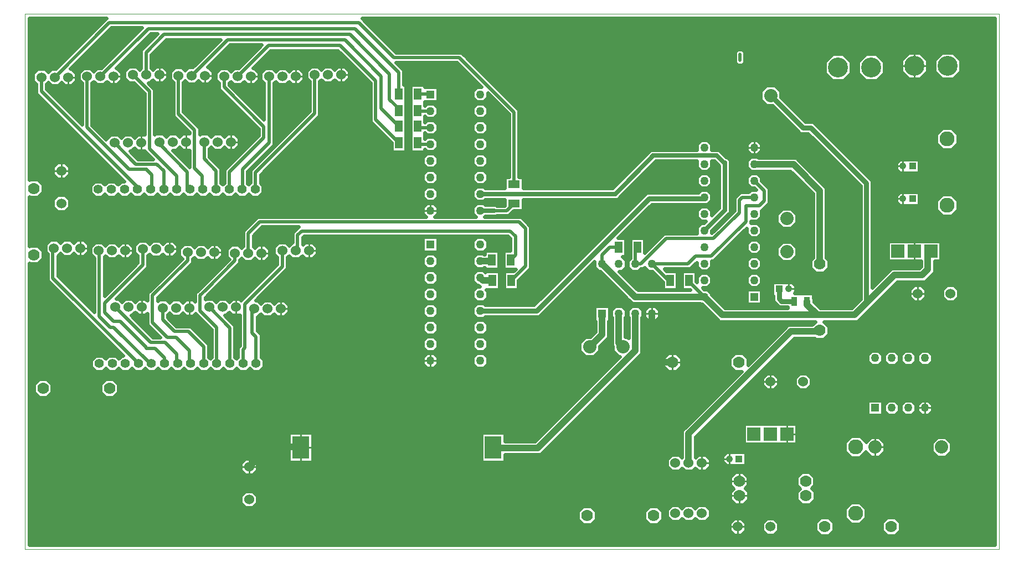
<source format=gbr>
G04 PROTEUS GERBER X2 FILE*
%TF.GenerationSoftware,Labcenter,Proteus,8.17-SP2-Build37159*%
%TF.CreationDate,2025-02-23T13:52:33+00:00*%
%TF.FileFunction,Copper,L1,Top*%
%TF.FilePolarity,Positive*%
%TF.Part,Single*%
%TF.SameCoordinates,{f5fd30df-bfb1-41d0-8757-df29ac62e929}*%
%FSLAX45Y45*%
%MOMM*%
G01*
%TA.AperFunction,Conductor*%
%ADD10C,0.762000*%
%ADD11C,0.635000*%
%ADD12C,0.508000*%
%ADD13C,1.016000*%
%TA.AperFunction,NonConductor*%
%ADD14C,0.508000*%
%TA.AperFunction,Conductor*%
%ADD15C,0.558800*%
%ADD16C,0.254000*%
%TA.AperFunction,ComponentPad*%
%ADD17C,3.048000*%
%ADD18C,2.032000*%
%ADD19C,2.286000*%
%TA.AperFunction,WasherPad*%
%ADD70R,1.050000X1.050000*%
%TA.AperFunction,ComponentPad*%
%ADD71C,1.050000*%
%TA.AperFunction,ComponentPad*%
%ADD20R,2.032000X2.032000*%
%TA.AperFunction,ComponentPad*%
%ADD21R,1.270000X1.270000*%
%ADD22C,1.270000*%
%TA.AperFunction,ComponentPad*%
%ADD23C,1.524000*%
%ADD24C,1.778000*%
%TA.AperFunction,SMDPad,CuDef*%
%ADD25R,1.143000X1.803400*%
%ADD26R,1.803400X1.143000*%
%ADD27R,2.600000X3.500120*%
%ADD28R,0.939800X1.447800*%
%TA.AperFunction,WasherPad*%
%ADD29C,1.397000*%
%TA.AperFunction,OtherPad,Unknown*%
%ADD72C,2.032000*%
%TA.AperFunction,Profile*%
%ADD73C,0.101600*%
%TD.AperFunction*%
%TA.AperFunction,Conductor*%
G36*
X+14828880Y+706120D02*
X+71120Y+706120D01*
X+71120Y+5010924D01*
X+80783Y+5001261D01*
X+198617Y+5001261D01*
X+281939Y+5084583D01*
X+281939Y+5202417D01*
X+198617Y+5285739D01*
X+80783Y+5285739D01*
X+71120Y+5276076D01*
X+71120Y+6026924D01*
X+80783Y+6017261D01*
X+198617Y+6017261D01*
X+281939Y+6100583D01*
X+281939Y+6218417D01*
X+198617Y+6301739D01*
X+80783Y+6301739D01*
X+71120Y+6292076D01*
X+71120Y+8763880D01*
X+1248428Y+8763880D01*
X+475387Y+7990839D01*
X+403543Y+7990839D01*
X+355600Y+7942896D01*
X+307657Y+7990839D01*
X+200343Y+7990839D01*
X+124461Y+7914957D01*
X+124461Y+7807643D01*
X+175261Y+7756843D01*
X+175261Y+7615608D01*
X+1520880Y+6269989D01*
X+1473073Y+6269989D01*
X+1424100Y+6221016D01*
X+1375127Y+6269989D01*
X+1273073Y+6269989D01*
X+1224100Y+6221016D01*
X+1175127Y+6269989D01*
X+1073073Y+6269989D01*
X+1000911Y+6197827D01*
X+1000911Y+6095773D01*
X+1073073Y+6023611D01*
X+1175127Y+6023611D01*
X+1224100Y+6072584D01*
X+1273073Y+6023611D01*
X+1375127Y+6023611D01*
X+1424100Y+6072584D01*
X+1473073Y+6023611D01*
X+1575127Y+6023611D01*
X+1624100Y+6072584D01*
X+1673073Y+6023611D01*
X+1775127Y+6023611D01*
X+1824100Y+6072584D01*
X+1873073Y+6023611D01*
X+1975127Y+6023611D01*
X+2024100Y+6072584D01*
X+2073073Y+6023611D01*
X+2175127Y+6023611D01*
X+2224100Y+6072584D01*
X+2273073Y+6023611D01*
X+2375127Y+6023611D01*
X+2424100Y+6072584D01*
X+2473073Y+6023611D01*
X+2575127Y+6023611D01*
X+2624100Y+6072584D01*
X+2673073Y+6023611D01*
X+2775127Y+6023611D01*
X+2824100Y+6072584D01*
X+2873073Y+6023611D01*
X+2975127Y+6023611D01*
X+3024100Y+6072584D01*
X+3073073Y+6023611D01*
X+3175127Y+6023611D01*
X+3224100Y+6072584D01*
X+3273073Y+6023611D01*
X+3375127Y+6023611D01*
X+3424100Y+6072584D01*
X+3473073Y+6023611D01*
X+3575127Y+6023611D01*
X+3647289Y+6095773D01*
X+3647289Y+6197827D01*
X+3606516Y+6238600D01*
X+3606516Y+6368187D01*
X+4511039Y+7272710D01*
X+4511039Y+7794943D01*
X+4533900Y+7817804D01*
X+4581843Y+7769861D01*
X+4689157Y+7769861D01*
X+4737100Y+7817804D01*
X+4785043Y+7769861D01*
X+4892357Y+7769861D01*
X+4968239Y+7845743D01*
X+4968239Y+7953057D01*
X+4892357Y+8028939D01*
X+4785043Y+8028939D01*
X+4737100Y+7980996D01*
X+4689157Y+8028939D01*
X+4581843Y+8028939D01*
X+4533900Y+7980996D01*
X+4485957Y+8028939D01*
X+4378643Y+8028939D01*
X+4302761Y+7953057D01*
X+4302761Y+7845743D01*
X+4353561Y+7794943D01*
X+4353561Y+7337936D01*
X+3449038Y+6433413D01*
X+3449038Y+6245954D01*
X+3424100Y+6221016D01*
X+3408961Y+6236155D01*
X+3408961Y+6418987D01*
X+3812539Y+6822565D01*
X+3812539Y+7769543D01*
X+3835400Y+7792404D01*
X+3883343Y+7744461D01*
X+3990657Y+7744461D01*
X+4038600Y+7792404D01*
X+4086543Y+7744461D01*
X+4193857Y+7744461D01*
X+4269739Y+7820343D01*
X+4269739Y+7927657D01*
X+4193857Y+8003539D01*
X+4086543Y+8003539D01*
X+4038600Y+7955596D01*
X+3990657Y+8003539D01*
X+3883343Y+8003539D01*
X+3835400Y+7955596D01*
X+3787457Y+8003539D01*
X+3680143Y+8003539D01*
X+3604261Y+7927657D01*
X+3604261Y+7820343D01*
X+3655061Y+7769543D01*
X+3655061Y+7214599D01*
X+3126739Y+7742921D01*
X+3126739Y+7769543D01*
X+3149600Y+7792404D01*
X+3197543Y+7744461D01*
X+3304857Y+7744461D01*
X+3352800Y+7792404D01*
X+3400743Y+7744461D01*
X+3508057Y+7744461D01*
X+3583939Y+7820343D01*
X+3583939Y+7927657D01*
X+3508057Y+8003539D01*
X+3492091Y+8003539D01*
X+3757177Y+8268625D01*
X+4787478Y+8268625D01*
X+5283483Y+7772620D01*
X+5283483Y+7178265D01*
X+5604511Y+6857237D01*
X+5604511Y+6714591D01*
X+5825489Y+6714591D01*
X+5825489Y+7750209D01*
X+5793739Y+7750209D01*
X+5793739Y+7969773D01*
X+5677690Y+8085821D01*
X+6611154Y+8085821D01*
X+6980136Y+7716839D01*
X+6913604Y+7716839D01*
X+6845161Y+7648396D01*
X+6845161Y+7551604D01*
X+6913604Y+7483161D01*
X+7010396Y+7483161D01*
X+7078839Y+7551604D01*
X+7078839Y+7618136D01*
X+7401561Y+7295414D01*
X+7401561Y+6331389D01*
X+7336791Y+6331389D01*
X+7336791Y+6161089D01*
X+7042146Y+6161089D01*
X+7010396Y+6192839D01*
X+6913604Y+6192839D01*
X+6845161Y+6124396D01*
X+6845161Y+6027604D01*
X+6913604Y+5959161D01*
X+7010396Y+5959161D01*
X+7042146Y+5990911D01*
X+7336791Y+5990911D01*
X+7336791Y+5898743D01*
X+7333387Y+5895339D01*
X+7219195Y+5895339D01*
X+7207445Y+5907089D01*
X+7042146Y+5907089D01*
X+7010396Y+5938839D01*
X+6913604Y+5938839D01*
X+6845161Y+5870396D01*
X+6845161Y+5773604D01*
X+6891592Y+5727173D01*
X+6270408Y+5727173D01*
X+6316839Y+5773604D01*
X+6316839Y+5870396D01*
X+6248396Y+5938839D01*
X+6151604Y+5938839D01*
X+6083161Y+5870396D01*
X+6083161Y+5773604D01*
X+6129592Y+5727173D01*
X+3561486Y+5727173D01*
X+3340189Y+5505876D01*
X+3340189Y+5275985D01*
X+3314700Y+5250496D01*
X+3266757Y+5298439D01*
X+3159443Y+5298439D01*
X+3083561Y+5222557D01*
X+3083561Y+5115243D01*
X+3124386Y+5074417D01*
X+2602372Y+4552403D01*
X+2602372Y+4426124D01*
X+2568257Y+4460239D01*
X+2460943Y+4460239D01*
X+2413000Y+4412296D01*
X+2365057Y+4460239D01*
X+2257743Y+4460239D01*
X+2209800Y+4412296D01*
X+2161857Y+4460239D01*
X+2054543Y+4460239D01*
X+2031717Y+4437413D01*
X+2031717Y+4487176D01*
X+2567939Y+5023398D01*
X+2567939Y+5077143D01*
X+2590800Y+5100004D01*
X+2638743Y+5052061D01*
X+2746057Y+5052061D01*
X+2794000Y+5100004D01*
X+2841943Y+5052061D01*
X+2949257Y+5052061D01*
X+3025139Y+5127943D01*
X+3025139Y+5235257D01*
X+2949257Y+5311139D01*
X+2841943Y+5311139D01*
X+2794000Y+5263196D01*
X+2746057Y+5311139D01*
X+2638743Y+5311139D01*
X+2590800Y+5263196D01*
X+2542857Y+5311139D01*
X+2435543Y+5311139D01*
X+2359661Y+5235257D01*
X+2359661Y+5127943D01*
X+2404720Y+5082883D01*
X+1874239Y+4552402D01*
X+1874239Y+4443057D01*
X+1844357Y+4472939D01*
X+1737043Y+4472939D01*
X+1689100Y+4424996D01*
X+1641157Y+4472939D01*
X+1533843Y+4472939D01*
X+1485900Y+4424996D01*
X+1437957Y+4472939D01*
X+1402235Y+4472939D01*
X+1882139Y+4952843D01*
X+1882139Y+5127943D01*
X+1905000Y+5150804D01*
X+1952943Y+5102861D01*
X+2060257Y+5102861D01*
X+2108200Y+5150804D01*
X+2156143Y+5102861D01*
X+2263457Y+5102861D01*
X+2339339Y+5178743D01*
X+2339339Y+5286057D01*
X+2263457Y+5361939D01*
X+2156143Y+5361939D01*
X+2108200Y+5313996D01*
X+2060257Y+5361939D01*
X+1952943Y+5361939D01*
X+1905000Y+5313996D01*
X+1857057Y+5361939D01*
X+1749743Y+5361939D01*
X+1673861Y+5286057D01*
X+1673861Y+5178743D01*
X+1724661Y+5127943D01*
X+1724661Y+5018069D01*
X+1218917Y+4512325D01*
X+1218917Y+5112421D01*
X+1231900Y+5125404D01*
X+1279843Y+5077461D01*
X+1387157Y+5077461D01*
X+1435100Y+5125404D01*
X+1483043Y+5077461D01*
X+1590357Y+5077461D01*
X+1666239Y+5153343D01*
X+1666239Y+5260657D01*
X+1590357Y+5336539D01*
X+1483043Y+5336539D01*
X+1435100Y+5288596D01*
X+1387157Y+5336539D01*
X+1279843Y+5336539D01*
X+1231900Y+5288596D01*
X+1183957Y+5336539D01*
X+1076643Y+5336539D01*
X+1000761Y+5260657D01*
X+1000761Y+5153343D01*
X+1061439Y+5092665D01*
X+1061439Y+4266513D01*
X+507717Y+4820235D01*
X+507717Y+5125121D01*
X+546100Y+5163504D01*
X+594043Y+5115561D01*
X+701357Y+5115561D01*
X+749300Y+5163504D01*
X+797243Y+5115561D01*
X+904557Y+5115561D01*
X+980439Y+5191443D01*
X+980439Y+5298757D01*
X+904557Y+5374639D01*
X+797243Y+5374639D01*
X+749300Y+5326696D01*
X+701357Y+5374639D01*
X+594043Y+5374639D01*
X+546100Y+5326696D01*
X+498157Y+5374639D01*
X+390843Y+5374639D01*
X+314961Y+5298757D01*
X+314961Y+5191443D01*
X+350239Y+5156165D01*
X+350239Y+4755009D01*
X+1502259Y+3602989D01*
X+1485773Y+3602989D01*
X+1436800Y+3554016D01*
X+1387827Y+3602989D01*
X+1285773Y+3602989D01*
X+1236800Y+3554016D01*
X+1187827Y+3602989D01*
X+1085773Y+3602989D01*
X+1013611Y+3530827D01*
X+1013611Y+3428773D01*
X+1085773Y+3356611D01*
X+1187827Y+3356611D01*
X+1236800Y+3405584D01*
X+1285773Y+3356611D01*
X+1387827Y+3356611D01*
X+1436800Y+3405584D01*
X+1485773Y+3356611D01*
X+1587827Y+3356611D01*
X+1636800Y+3405584D01*
X+1685773Y+3356611D01*
X+1787827Y+3356611D01*
X+1836800Y+3405584D01*
X+1885773Y+3356611D01*
X+1987827Y+3356611D01*
X+2036800Y+3405584D01*
X+2085773Y+3356611D01*
X+2187827Y+3356611D01*
X+2236800Y+3405584D01*
X+2285773Y+3356611D01*
X+2387827Y+3356611D01*
X+2436800Y+3405584D01*
X+2485773Y+3356611D01*
X+2587827Y+3356611D01*
X+2636800Y+3405584D01*
X+2685773Y+3356611D01*
X+2787827Y+3356611D01*
X+2836800Y+3405584D01*
X+2885773Y+3356611D01*
X+2987827Y+3356611D01*
X+3036800Y+3405584D01*
X+3085773Y+3356611D01*
X+3187827Y+3356611D01*
X+3236800Y+3405584D01*
X+3285773Y+3356611D01*
X+3387827Y+3356611D01*
X+3436800Y+3405584D01*
X+3485773Y+3356611D01*
X+3587827Y+3356611D01*
X+3659989Y+3428773D01*
X+3659989Y+3530827D01*
X+3615539Y+3575277D01*
X+3615539Y+3922490D01*
X+3555716Y+3982313D01*
X+3555716Y+4188461D01*
X+3558857Y+4188461D01*
X+3606800Y+4236404D01*
X+3654743Y+4188461D01*
X+3762057Y+4188461D01*
X+3810000Y+4236404D01*
X+3857943Y+4188461D01*
X+3965257Y+4188461D01*
X+4041139Y+4264343D01*
X+4041139Y+4371657D01*
X+3965257Y+4447539D01*
X+3857943Y+4447539D01*
X+3810000Y+4399596D01*
X+3762057Y+4447539D01*
X+3654743Y+4447539D01*
X+3606800Y+4399596D01*
X+3558857Y+4447539D01*
X+3530928Y+4447539D01*
X+3969613Y+4886224D01*
X+3969615Y+4886224D01*
X+4015739Y+4932348D01*
X+4015739Y+5102543D01*
X+4038600Y+5125404D01*
X+4086543Y+5077461D01*
X+4193857Y+5077461D01*
X+4241800Y+5125404D01*
X+4289743Y+5077461D01*
X+4397057Y+5077461D01*
X+4472939Y+5153343D01*
X+4472939Y+5260657D01*
X+4397057Y+5336539D01*
X+4289743Y+5336539D01*
X+4250908Y+5297704D01*
X+4250908Y+5414374D01*
X+4266092Y+5429558D01*
X+7389004Y+5429558D01*
X+7421706Y+5396856D01*
X+7421706Y+5210809D01*
X+7319011Y+5210809D01*
X+7319011Y+4923791D01*
X+7502439Y+4923791D01*
X+7472157Y+4893509D01*
X+7329511Y+4893509D01*
X+7329511Y+4606491D01*
X+7550489Y+4606491D01*
X+7550489Y+4749137D01*
X+7736839Y+4935487D01*
X+7736839Y+5575945D01*
X+7690712Y+5622071D01*
X+7585610Y+5727173D01*
X+7032408Y+5727173D01*
X+7042146Y+5736911D01*
X+7136955Y+5736911D01*
X+7142355Y+5731511D01*
X+7212845Y+5731511D01*
X+7219195Y+5737861D01*
X+7398613Y+5737861D01*
X+7481163Y+5820411D01*
X+7623809Y+5820411D01*
X+7623809Y+5990911D01*
X+9059832Y+5990911D01*
X+9649192Y+6580271D01*
X+10271161Y+6580271D01*
X+10271161Y+6483604D01*
X+10339604Y+6415161D01*
X+10436396Y+6415161D01*
X+10504839Y+6483604D01*
X+10504839Y+6580271D01*
X+10543332Y+6580271D01*
X+10615836Y+6507767D01*
X+10615836Y+5864170D01*
X+10504839Y+5753173D01*
X+10504839Y+5818396D01*
X+10436396Y+5886839D01*
X+10339604Y+5886839D01*
X+10271161Y+5818396D01*
X+10271161Y+5721604D01*
X+10339604Y+5653161D01*
X+10404827Y+5653161D01*
X+10384505Y+5632839D01*
X+10339604Y+5632839D01*
X+10271161Y+5564396D01*
X+10271161Y+5469246D01*
X+9775923Y+5469246D01*
X+9480989Y+5174312D01*
X+9480989Y+5401309D01*
X+9260011Y+5401309D01*
X+9260011Y+5258663D01*
X+9255761Y+5254413D01*
X+9255761Y+5090296D01*
X+9217661Y+5052196D01*
X+9217661Y+4955404D01*
X+9286104Y+4886961D01*
X+9382896Y+4886961D01*
X+9420996Y+4925061D01*
X+9421829Y+4925062D01*
X+9454443Y+4925062D01*
X+9478223Y+4948842D01*
X+9540104Y+4886961D01*
X+9593987Y+4886961D01*
X+9757411Y+4723537D01*
X+9757411Y+4606291D01*
X+9978389Y+4606291D01*
X+9978389Y+4893309D01*
X+9810343Y+4893309D01*
X+9778591Y+4925061D01*
X+10170636Y+4925061D01*
X+10271161Y+5025586D01*
X+10271161Y+4959604D01*
X+10339604Y+4891161D01*
X+10436396Y+4891161D01*
X+10504839Y+4959604D01*
X+10504839Y+5043500D01*
X+10528806Y+5043500D01*
X+11033161Y+5547855D01*
X+11033161Y+5467604D01*
X+11101604Y+5399161D01*
X+11198396Y+5399161D01*
X+11266839Y+5467604D01*
X+11266839Y+5564396D01*
X+11198396Y+5632839D01*
X+11104337Y+5632839D01*
X+11104337Y+5653161D01*
X+11198396Y+5653161D01*
X+11266839Y+5721604D01*
X+11266839Y+5815779D01*
X+11385449Y+5934389D01*
X+11385449Y+6153903D01*
X+11266839Y+6272513D01*
X+11266839Y+6326396D01*
X+11198396Y+6394839D01*
X+11101604Y+6394839D01*
X+11033161Y+6326396D01*
X+11033161Y+6229604D01*
X+11101604Y+6161161D01*
X+11155487Y+6161161D01*
X+11175809Y+6140839D01*
X+11101604Y+6140839D01*
X+11063504Y+6102739D01*
X+10937253Y+6102739D01*
X+10845544Y+6011030D01*
X+10845544Y+5816963D01*
X+10504839Y+5476258D01*
X+10504839Y+5512505D01*
X+10786014Y+5793680D01*
X+10786014Y+6592156D01*
X+10736170Y+6642000D01*
X+10722271Y+6642000D01*
X+10613822Y+6750449D01*
X+10504839Y+6750449D01*
X+10504839Y+6834396D01*
X+10436396Y+6902839D01*
X+10339604Y+6902839D01*
X+10271161Y+6834396D01*
X+10271161Y+6750449D01*
X+9572995Y+6750449D01*
X+9506027Y+6683481D01*
X+9506027Y+6677774D01*
X+8989342Y+6161089D01*
X+7623809Y+6161089D01*
X+7623809Y+6331389D01*
X+7559039Y+6331389D01*
X+7559039Y+7360640D01*
X+6722506Y+8197173D01*
X+6722506Y+8197175D01*
X+6676382Y+8243299D01*
X+5675774Y+8243299D01*
X+5155193Y+8763880D01*
X+14828880Y+8763880D01*
X+14828880Y+706120D01*
G37*
%TD.AperFunction*%
%LPC*%
G36*
X+13394261Y+7949780D02*
X+13394261Y+8120220D01*
X+13514780Y+8240739D01*
X+13685220Y+8240739D01*
X+13805739Y+8120220D01*
X+13805739Y+7949780D01*
X+13685220Y+7829261D01*
X+13514780Y+7829261D01*
X+13394261Y+7949780D01*
G37*
G36*
X+13902261Y+7949780D02*
X+13902261Y+8120220D01*
X+14022780Y+8240739D01*
X+14193220Y+8240739D01*
X+14313739Y+8120220D01*
X+14313739Y+7949780D01*
X+14193220Y+7829261D01*
X+14022780Y+7829261D01*
X+13902261Y+7949780D01*
G37*
G36*
X+11585822Y+5854939D02*
X+11714178Y+5854939D01*
X+11804939Y+5764178D01*
X+11804939Y+5635822D01*
X+11714178Y+5545061D01*
X+11585822Y+5545061D01*
X+11495061Y+5635822D01*
X+11495061Y+5764178D01*
X+11585822Y+5854939D01*
G37*
G36*
X+11585822Y+5346939D02*
X+11714178Y+5346939D01*
X+11804939Y+5256178D01*
X+11804939Y+5127822D01*
X+11714178Y+5037061D01*
X+11585822Y+5037061D01*
X+11495061Y+5127822D01*
X+11495061Y+5256178D01*
X+11585822Y+5346939D01*
G37*
G36*
X+14169438Y+6748361D02*
X+14030562Y+6748361D01*
X+13932361Y+6846562D01*
X+13932361Y+6985438D01*
X+14030562Y+7083639D01*
X+14169438Y+7083639D01*
X+14267639Y+6985438D01*
X+14267639Y+6846562D01*
X+14169438Y+6748361D01*
G37*
G36*
X+14169438Y+5732361D02*
X+14030562Y+5732361D01*
X+13932361Y+5830562D01*
X+13932361Y+5969438D01*
X+14030562Y+6067639D01*
X+14169438Y+6067639D01*
X+14267639Y+5969438D01*
X+14267639Y+5830562D01*
X+14169438Y+5732361D01*
G37*
G36*
X+13680839Y+6394161D02*
X+13469161Y+6394161D01*
X+13469161Y+6394482D01*
X+13468840Y+6394161D01*
X+13381160Y+6394161D01*
X+13319161Y+6456160D01*
X+13319161Y+6543840D01*
X+13381160Y+6605839D01*
X+13468840Y+6605839D01*
X+13469161Y+6605518D01*
X+13469161Y+6605839D01*
X+13680839Y+6605839D01*
X+13680839Y+6394161D01*
G37*
G36*
X+13680839Y+5894161D02*
X+13469161Y+5894161D01*
X+13469161Y+5894482D01*
X+13468840Y+5894161D01*
X+13381160Y+5894161D01*
X+13319161Y+5956160D01*
X+13319161Y+6043840D01*
X+13381160Y+6105839D01*
X+13468840Y+6105839D01*
X+13469161Y+6105518D01*
X+13469161Y+6105839D01*
X+13680839Y+6105839D01*
X+13680839Y+5894161D01*
G37*
G36*
X+11559539Y+7646078D02*
X+11559539Y+7556275D01*
X+11935207Y+7180607D01*
X+12054199Y+7180607D01*
X+12958655Y+6276151D01*
X+12958655Y+4643496D01*
X+13250942Y+4935783D01*
X+13674276Y+4935783D01*
X+13701466Y+4962973D01*
X+13701466Y+5045061D01*
X+13191061Y+5045061D01*
X+13191061Y+5354939D01*
X+14008939Y+5354939D01*
X+14008939Y+5045061D01*
X+13909744Y+5045061D01*
X+13909744Y+4876703D01*
X+13760546Y+4727505D01*
X+13337212Y+4727505D01*
X+12728671Y+4118964D01*
X+12223892Y+4118964D01*
X+12296139Y+4046717D01*
X+12296139Y+3928883D01*
X+12212817Y+3845561D01*
X+12094983Y+3845561D01*
X+12076467Y+3864077D01*
X+11759632Y+3864077D01*
X+10254139Y+2358584D01*
X+10254139Y+2042135D01*
X+10299543Y+2087539D01*
X+10406857Y+2087539D01*
X+10482739Y+2011657D01*
X+10482739Y+1904343D01*
X+10406857Y+1828461D01*
X+10299543Y+1828461D01*
X+10251600Y+1876404D01*
X+10203657Y+1828461D01*
X+10096343Y+1828461D01*
X+10048400Y+1876404D01*
X+10000457Y+1828461D01*
X+9893143Y+1828461D01*
X+9817261Y+1904343D01*
X+9817261Y+2011657D01*
X+9893143Y+2087539D01*
X+10000457Y+2087539D01*
X+10045861Y+2042135D01*
X+10045861Y+2444854D01*
X+10958768Y+3357761D01*
X+10857083Y+3357761D01*
X+10773761Y+3441083D01*
X+10773761Y+3558917D01*
X+10857083Y+3642239D01*
X+10974917Y+3642239D01*
X+11058239Y+3558917D01*
X+11058239Y+3457232D01*
X+11673362Y+4072355D01*
X+12037299Y+4072355D01*
X+12083908Y+4118964D01*
X+10621762Y+4118964D01*
X+10357564Y+4383161D01*
X+10339604Y+4383161D01*
X+10326904Y+4395861D01*
X+9287164Y+4395861D01*
X+9226161Y+4456865D01*
X+8796065Y+4886961D01*
X+8778104Y+4886961D01*
X+8709661Y+4955404D01*
X+8709661Y+5039164D01*
X+7863058Y+4192561D01*
X+7035796Y+4192561D01*
X+7010396Y+4167161D01*
X+6913604Y+4167161D01*
X+6845161Y+4235604D01*
X+6845161Y+4332396D01*
X+6913604Y+4400839D01*
X+7010396Y+4400839D01*
X+7035796Y+4375439D01*
X+7787308Y+4375439D01*
X+9507938Y+6096069D01*
X+10294834Y+6096069D01*
X+10339604Y+6140839D01*
X+10436396Y+6140839D01*
X+10504839Y+6072396D01*
X+10504839Y+5975604D01*
X+10436396Y+5907161D01*
X+10339604Y+5907161D01*
X+10333574Y+5913191D01*
X+9583688Y+5913191D01*
X+9071806Y+5401309D01*
X+9190989Y+5401309D01*
X+9190989Y+5114291D01*
X+9135244Y+5114291D01*
X+9197339Y+5052196D01*
X+9197339Y+4955404D01*
X+9128896Y+4886961D01*
X+9090612Y+4886961D01*
X+9373435Y+4604138D01*
X+10172509Y+4604138D01*
X+10170356Y+4606291D01*
X+10047411Y+4606291D01*
X+10047411Y+4893309D01*
X+10268389Y+4893309D01*
X+10268389Y+4730962D01*
X+10271161Y+4728190D01*
X+10271161Y+4802396D01*
X+10339604Y+4870839D01*
X+10436396Y+4870839D01*
X+10504839Y+4802396D01*
X+10504839Y+4705604D01*
X+10436396Y+4637161D01*
X+10362190Y+4637161D01*
X+10382512Y+4616839D01*
X+10436396Y+4616839D01*
X+10504839Y+4548396D01*
X+10504839Y+4530435D01*
X+10708032Y+4327242D01*
X+11659871Y+4327242D01*
X+11659871Y+4340861D01*
X+11530541Y+4340861D01*
X+11441361Y+4430041D01*
X+11441361Y+4516961D01*
X+11426961Y+4516961D01*
X+11426961Y+4728639D01*
X+11638639Y+4728639D01*
X+11638639Y+4728318D01*
X+11638960Y+4728639D01*
X+11726640Y+4728639D01*
X+11788639Y+4666640D01*
X+11788639Y+4578960D01*
X+11767708Y+4558029D01*
X+12060529Y+4558029D01*
X+12060529Y+4479246D01*
X+12064339Y+4475436D01*
X+12064339Y+4421838D01*
X+12158935Y+4327242D01*
X+12642401Y+4327242D01*
X+12775777Y+4460618D01*
X+12775777Y+6200401D01*
X+11978449Y+6997729D01*
X+11859457Y+6997729D01*
X+11430225Y+7426961D01*
X+11340422Y+7426961D01*
X+11249661Y+7517722D01*
X+11249661Y+7646078D01*
X+11340422Y+7736839D01*
X+11468778Y+7736839D01*
X+11559539Y+7646078D01*
G37*
G36*
X+11033161Y+4383161D02*
X+11033161Y+4616839D01*
X+11266839Y+4616839D01*
X+11266839Y+4383161D01*
X+11033161Y+4383161D01*
G37*
G36*
X+11198396Y+4637161D02*
X+11101604Y+4637161D01*
X+11033161Y+4705604D01*
X+11033161Y+4802396D01*
X+11101604Y+4870839D01*
X+11198396Y+4870839D01*
X+11266839Y+4802396D01*
X+11266839Y+4705604D01*
X+11198396Y+4637161D01*
G37*
G36*
X+11198396Y+4891161D02*
X+11101604Y+4891161D01*
X+11033161Y+4959604D01*
X+11033161Y+5056396D01*
X+11101604Y+5124839D01*
X+11198396Y+5124839D01*
X+11266839Y+5056396D01*
X+11266839Y+4959604D01*
X+11198396Y+4891161D01*
G37*
G36*
X+11198396Y+5145161D02*
X+11101604Y+5145161D01*
X+11033161Y+5213604D01*
X+11033161Y+5310396D01*
X+11101604Y+5378839D01*
X+11198396Y+5378839D01*
X+11266839Y+5310396D01*
X+11266839Y+5213604D01*
X+11198396Y+5145161D01*
G37*
G36*
X+11217778Y+6629457D02*
X+11793842Y+6629457D01*
X+12258039Y+6165260D01*
X+12258039Y+5100817D01*
X+12296139Y+5062717D01*
X+12296139Y+4944883D01*
X+12212817Y+4861561D01*
X+12094983Y+4861561D01*
X+12011661Y+4944883D01*
X+12011661Y+5062717D01*
X+12049761Y+5100817D01*
X+12049761Y+6078990D01*
X+11707570Y+6421181D01*
X+11204416Y+6421181D01*
X+11198396Y+6415161D01*
X+11101604Y+6415161D01*
X+11033161Y+6483604D01*
X+11033161Y+6580396D01*
X+11101604Y+6648839D01*
X+11198396Y+6648839D01*
X+11217778Y+6629457D01*
G37*
G36*
X+11198396Y+6669161D02*
X+11101604Y+6669161D01*
X+11033161Y+6737604D01*
X+11033161Y+6834396D01*
X+11101604Y+6902839D01*
X+11198396Y+6902839D01*
X+11266839Y+6834396D01*
X+11266839Y+6737604D01*
X+11198396Y+6669161D01*
G37*
G36*
X+10436396Y+6161161D02*
X+10339604Y+6161161D01*
X+10271161Y+6229604D01*
X+10271161Y+6326396D01*
X+10339604Y+6394839D01*
X+10436396Y+6394839D01*
X+10504839Y+6326396D01*
X+10504839Y+6229604D01*
X+10436396Y+6161161D01*
G37*
G36*
X+13520461Y+4496343D02*
X+13520461Y+4603657D01*
X+13596343Y+4679539D01*
X+13703657Y+4679539D01*
X+13779539Y+4603657D01*
X+13779539Y+4496343D01*
X+13703657Y+4420461D01*
X+13596343Y+4420461D01*
X+13520461Y+4496343D01*
G37*
G36*
X+14020461Y+4496343D02*
X+14020461Y+4603657D01*
X+14096343Y+4679539D01*
X+14203657Y+4679539D01*
X+14279539Y+4603657D01*
X+14279539Y+4496343D01*
X+14203657Y+4420461D01*
X+14096343Y+4420461D01*
X+14020461Y+4496343D01*
G37*
G36*
X+6316839Y+5416839D02*
X+6316839Y+5183161D01*
X+6083161Y+5183161D01*
X+6083161Y+5416839D01*
X+6316839Y+5416839D01*
G37*
G36*
X+6151604Y+5162839D02*
X+6248396Y+5162839D01*
X+6316839Y+5094396D01*
X+6316839Y+4997604D01*
X+6248396Y+4929161D01*
X+6151604Y+4929161D01*
X+6083161Y+4997604D01*
X+6083161Y+5094396D01*
X+6151604Y+5162839D01*
G37*
G36*
X+6151604Y+4908839D02*
X+6248396Y+4908839D01*
X+6316839Y+4840396D01*
X+6316839Y+4743604D01*
X+6248396Y+4675161D01*
X+6151604Y+4675161D01*
X+6083161Y+4743604D01*
X+6083161Y+4840396D01*
X+6151604Y+4908839D01*
G37*
G36*
X+6151604Y+4654839D02*
X+6248396Y+4654839D01*
X+6316839Y+4586396D01*
X+6316839Y+4489604D01*
X+6248396Y+4421161D01*
X+6151604Y+4421161D01*
X+6083161Y+4489604D01*
X+6083161Y+4586396D01*
X+6151604Y+4654839D01*
G37*
G36*
X+6151604Y+4400839D02*
X+6248396Y+4400839D01*
X+6316839Y+4332396D01*
X+6316839Y+4235604D01*
X+6248396Y+4167161D01*
X+6151604Y+4167161D01*
X+6083161Y+4235604D01*
X+6083161Y+4332396D01*
X+6151604Y+4400839D01*
G37*
G36*
X+6151604Y+4146839D02*
X+6248396Y+4146839D01*
X+6316839Y+4078396D01*
X+6316839Y+3981604D01*
X+6248396Y+3913161D01*
X+6151604Y+3913161D01*
X+6083161Y+3981604D01*
X+6083161Y+4078396D01*
X+6151604Y+4146839D01*
G37*
G36*
X+6151604Y+3892839D02*
X+6248396Y+3892839D01*
X+6316839Y+3824396D01*
X+6316839Y+3727604D01*
X+6248396Y+3659161D01*
X+6151604Y+3659161D01*
X+6083161Y+3727604D01*
X+6083161Y+3824396D01*
X+6151604Y+3892839D01*
G37*
G36*
X+6151604Y+3638839D02*
X+6248396Y+3638839D01*
X+6316839Y+3570396D01*
X+6316839Y+3473604D01*
X+6248396Y+3405161D01*
X+6151604Y+3405161D01*
X+6083161Y+3473604D01*
X+6083161Y+3570396D01*
X+6151604Y+3638839D01*
G37*
G36*
X+6913604Y+3638839D02*
X+7010396Y+3638839D01*
X+7078839Y+3570396D01*
X+7078839Y+3473604D01*
X+7010396Y+3405161D01*
X+6913604Y+3405161D01*
X+6845161Y+3473604D01*
X+6845161Y+3570396D01*
X+6913604Y+3638839D01*
G37*
G36*
X+6913604Y+3892839D02*
X+7010396Y+3892839D01*
X+7078839Y+3824396D01*
X+7078839Y+3727604D01*
X+7010396Y+3659161D01*
X+6913604Y+3659161D01*
X+6845161Y+3727604D01*
X+6845161Y+3824396D01*
X+6913604Y+3892839D01*
G37*
G36*
X+6913604Y+4146839D02*
X+7010396Y+4146839D01*
X+7078839Y+4078396D01*
X+7078839Y+3981604D01*
X+7010396Y+3913161D01*
X+6913604Y+3913161D01*
X+6845161Y+3981604D01*
X+6845161Y+4078396D01*
X+6913604Y+4146839D01*
G37*
G36*
X+7039511Y+4879724D02*
X+7039511Y+4893509D01*
X+7260489Y+4893509D01*
X+7260489Y+4606491D01*
X+7058744Y+4606491D01*
X+7078839Y+4586396D01*
X+7078839Y+4489604D01*
X+7010396Y+4421161D01*
X+6913604Y+4421161D01*
X+6845161Y+4489604D01*
X+6845161Y+4586396D01*
X+6913604Y+4654839D01*
X+6951887Y+4654839D01*
X+6931565Y+4675161D01*
X+6913604Y+4675161D01*
X+6845161Y+4743604D01*
X+6845161Y+4840396D01*
X+6913604Y+4908839D01*
X+7010396Y+4908839D01*
X+7039511Y+4879724D01*
G37*
G36*
X+7078839Y+5348396D02*
X+7078839Y+5251604D01*
X+7038044Y+5210809D01*
X+7249989Y+5210809D01*
X+7249989Y+4923791D01*
X+7029011Y+4923791D01*
X+7029011Y+4941861D01*
X+7023096Y+4941861D01*
X+7010396Y+4929161D01*
X+6913604Y+4929161D01*
X+6845161Y+4997604D01*
X+6845161Y+5094396D01*
X+6913604Y+5162839D01*
X+7010396Y+5162839D01*
X+7023096Y+5150139D01*
X+7029011Y+5150139D01*
X+7029011Y+5201776D01*
X+7010396Y+5183161D01*
X+6913604Y+5183161D01*
X+6845161Y+5251604D01*
X+6845161Y+5348396D01*
X+6913604Y+5416839D01*
X+7010396Y+5416839D01*
X+7078839Y+5348396D01*
G37*
G36*
X+6115489Y+7716839D02*
X+6316839Y+7716839D01*
X+6316839Y+7483161D01*
X+6115489Y+7483161D01*
X+6115489Y+7426724D01*
X+6151604Y+7462839D01*
X+6248396Y+7462839D01*
X+6316839Y+7394396D01*
X+6316839Y+7297604D01*
X+6248396Y+7229161D01*
X+6151604Y+7229161D01*
X+6115489Y+7265276D01*
X+6115489Y+7172724D01*
X+6151604Y+7208839D01*
X+6248396Y+7208839D01*
X+6316839Y+7140396D01*
X+6316839Y+7043604D01*
X+6248396Y+6975161D01*
X+6151604Y+6975161D01*
X+6115489Y+7011276D01*
X+6115489Y+6918724D01*
X+6151604Y+6954839D01*
X+6248396Y+6954839D01*
X+6316839Y+6886396D01*
X+6316839Y+6789604D01*
X+6248396Y+6721161D01*
X+6151604Y+6721161D01*
X+6115489Y+6757276D01*
X+6115489Y+6714591D01*
X+5894511Y+6714591D01*
X+5894511Y+7750209D01*
X+6115489Y+7750209D01*
X+6115489Y+7716839D01*
G37*
G36*
X+6151604Y+6700839D02*
X+6248396Y+6700839D01*
X+6316839Y+6632396D01*
X+6316839Y+6535604D01*
X+6248396Y+6467161D01*
X+6151604Y+6467161D01*
X+6083161Y+6535604D01*
X+6083161Y+6632396D01*
X+6151604Y+6700839D01*
G37*
G36*
X+6151604Y+6446839D02*
X+6248396Y+6446839D01*
X+6316839Y+6378396D01*
X+6316839Y+6281604D01*
X+6248396Y+6213161D01*
X+6151604Y+6213161D01*
X+6083161Y+6281604D01*
X+6083161Y+6378396D01*
X+6151604Y+6446839D01*
G37*
G36*
X+6151604Y+6192839D02*
X+6248396Y+6192839D01*
X+6316839Y+6124396D01*
X+6316839Y+6027604D01*
X+6248396Y+5959161D01*
X+6151604Y+5959161D01*
X+6083161Y+6027604D01*
X+6083161Y+6124396D01*
X+6151604Y+6192839D01*
G37*
G36*
X+6913604Y+6446839D02*
X+7010396Y+6446839D01*
X+7078839Y+6378396D01*
X+7078839Y+6281604D01*
X+7010396Y+6213161D01*
X+6913604Y+6213161D01*
X+6845161Y+6281604D01*
X+6845161Y+6378396D01*
X+6913604Y+6446839D01*
G37*
G36*
X+6913604Y+6700839D02*
X+7010396Y+6700839D01*
X+7078839Y+6632396D01*
X+7078839Y+6535604D01*
X+7010396Y+6467161D01*
X+6913604Y+6467161D01*
X+6845161Y+6535604D01*
X+6845161Y+6632396D01*
X+6913604Y+6700839D01*
G37*
G36*
X+6913604Y+6954839D02*
X+7010396Y+6954839D01*
X+7078839Y+6886396D01*
X+7078839Y+6789604D01*
X+7010396Y+6721161D01*
X+6913604Y+6721161D01*
X+6845161Y+6789604D01*
X+6845161Y+6886396D01*
X+6913604Y+6954839D01*
G37*
G36*
X+6913604Y+7208839D02*
X+7010396Y+7208839D01*
X+7078839Y+7140396D01*
X+7078839Y+7043604D01*
X+7010396Y+6975161D01*
X+6913604Y+6975161D01*
X+6845161Y+7043604D01*
X+6845161Y+7140396D01*
X+6913604Y+7208839D01*
G37*
G36*
X+6913604Y+7462839D02*
X+7010396Y+7462839D01*
X+7078839Y+7394396D01*
X+7078839Y+7297604D01*
X+7010396Y+7229161D01*
X+6913604Y+7229161D01*
X+6845161Y+7297604D01*
X+6845161Y+7394396D01*
X+6913604Y+7462839D01*
G37*
G36*
X+12883161Y+2916839D02*
X+13116839Y+2916839D01*
X+13116839Y+2683161D01*
X+12883161Y+2683161D01*
X+12883161Y+2916839D01*
G37*
G36*
X+13137161Y+2751604D02*
X+13137161Y+2848396D01*
X+13205604Y+2916839D01*
X+13302396Y+2916839D01*
X+13370839Y+2848396D01*
X+13370839Y+2751604D01*
X+13302396Y+2683161D01*
X+13205604Y+2683161D01*
X+13137161Y+2751604D01*
G37*
G36*
X+13391161Y+2751604D02*
X+13391161Y+2848396D01*
X+13459604Y+2916839D01*
X+13556396Y+2916839D01*
X+13624839Y+2848396D01*
X+13624839Y+2751604D01*
X+13556396Y+2683161D01*
X+13459604Y+2683161D01*
X+13391161Y+2751604D01*
G37*
G36*
X+13645161Y+2751604D02*
X+13645161Y+2848396D01*
X+13713604Y+2916839D01*
X+13810396Y+2916839D01*
X+13878839Y+2848396D01*
X+13878839Y+2751604D01*
X+13810396Y+2683161D01*
X+13713604Y+2683161D01*
X+13645161Y+2751604D01*
G37*
G36*
X+13645161Y+3513604D02*
X+13645161Y+3610396D01*
X+13713604Y+3678839D01*
X+13810396Y+3678839D01*
X+13878839Y+3610396D01*
X+13878839Y+3513604D01*
X+13810396Y+3445161D01*
X+13713604Y+3445161D01*
X+13645161Y+3513604D01*
G37*
G36*
X+13391161Y+3513604D02*
X+13391161Y+3610396D01*
X+13459604Y+3678839D01*
X+13556396Y+3678839D01*
X+13624839Y+3610396D01*
X+13624839Y+3513604D01*
X+13556396Y+3445161D01*
X+13459604Y+3445161D01*
X+13391161Y+3513604D01*
G37*
G36*
X+13137161Y+3513604D02*
X+13137161Y+3610396D01*
X+13205604Y+3678839D01*
X+13302396Y+3678839D01*
X+13370839Y+3610396D01*
X+13370839Y+3513604D01*
X+13302396Y+3445161D01*
X+13205604Y+3445161D01*
X+13137161Y+3513604D01*
G37*
G36*
X+12883161Y+3513604D02*
X+12883161Y+3610396D01*
X+12951604Y+3678839D01*
X+13048396Y+3678839D01*
X+13116839Y+3610396D01*
X+13116839Y+3513604D01*
X+13048396Y+3445161D01*
X+12951604Y+3445161D01*
X+12883161Y+3513604D01*
G37*
G36*
X+11270461Y+3146343D02*
X+11270461Y+3253657D01*
X+11346343Y+3329539D01*
X+11453657Y+3329539D01*
X+11529539Y+3253657D01*
X+11529539Y+3146343D01*
X+11453657Y+3070461D01*
X+11346343Y+3070461D01*
X+11270461Y+3146343D01*
G37*
G36*
X+11770461Y+3146343D02*
X+11770461Y+3253657D01*
X+11846343Y+3329539D01*
X+11953657Y+3329539D01*
X+12029539Y+3253657D01*
X+12029539Y+3146343D01*
X+11953657Y+3070461D01*
X+11846343Y+3070461D01*
X+11770461Y+3146343D01*
G37*
G36*
X+11808939Y+2245061D02*
X+10991061Y+2245061D01*
X+10991061Y+2554939D01*
X+11808939Y+2554939D01*
X+11808939Y+2245061D01*
G37*
G36*
X+9757761Y+3441083D02*
X+9757761Y+3558917D01*
X+9841083Y+3642239D01*
X+9958917Y+3642239D01*
X+10042239Y+3558917D01*
X+10042239Y+3441083D01*
X+9958917Y+3357761D01*
X+9841083Y+3357761D01*
X+9757761Y+3441083D01*
G37*
G36*
X+12861486Y+2280603D02*
X+12935822Y+2354939D01*
X+13064178Y+2354939D01*
X+13154939Y+2264178D01*
X+13154939Y+2135822D01*
X+13064178Y+2045061D01*
X+12935822Y+2045061D01*
X+12856474Y+2124409D01*
X+12769438Y+2037373D01*
X+12630562Y+2037373D01*
X+12532361Y+2135574D01*
X+12532361Y+2274450D01*
X+12630562Y+2372651D01*
X+12769438Y+2372651D01*
X+12861486Y+2280603D01*
G37*
G36*
X+13861061Y+2135822D02*
X+13861061Y+2264178D01*
X+13951822Y+2354939D01*
X+14080178Y+2354939D01*
X+14170939Y+2264178D01*
X+14170939Y+2135822D01*
X+14080178Y+2045061D01*
X+13951822Y+2045061D01*
X+13861061Y+2135822D01*
G37*
G36*
X+12769438Y+1021373D02*
X+12630562Y+1021373D01*
X+12532361Y+1119574D01*
X+12532361Y+1258450D01*
X+12630562Y+1356651D01*
X+12769438Y+1356651D01*
X+12867639Y+1258450D01*
X+12867639Y+1119574D01*
X+12769438Y+1021373D01*
G37*
G36*
X+11064239Y+1735317D02*
X+11064239Y+1617483D01*
X+11014456Y+1567700D01*
X+11069239Y+1512917D01*
X+11069239Y+1395083D01*
X+10985917Y+1311761D01*
X+10868083Y+1311761D01*
X+10784761Y+1395083D01*
X+10784761Y+1512917D01*
X+10834544Y+1562700D01*
X+10779761Y+1617483D01*
X+10779761Y+1735317D01*
X+10863083Y+1818639D01*
X+10980917Y+1818639D01*
X+11064239Y+1735317D01*
G37*
G36*
X+12080239Y+1735317D02*
X+12080239Y+1617483D01*
X+12030456Y+1567700D01*
X+12085239Y+1512917D01*
X+12085239Y+1395083D01*
X+12001917Y+1311761D01*
X+11884083Y+1311761D01*
X+11800761Y+1395083D01*
X+11800761Y+1512917D01*
X+11850544Y+1562700D01*
X+11795761Y+1617483D01*
X+11795761Y+1735317D01*
X+11879083Y+1818639D01*
X+11996917Y+1818639D01*
X+12080239Y+1735317D01*
G37*
G36*
X+10770461Y+927343D02*
X+10770461Y+1034657D01*
X+10846343Y+1110539D01*
X+10953657Y+1110539D01*
X+11029539Y+1034657D01*
X+11029539Y+927343D01*
X+10953657Y+851461D01*
X+10846343Y+851461D01*
X+10770461Y+927343D01*
G37*
G36*
X+11270461Y+927343D02*
X+11270461Y+1034657D01*
X+11346343Y+1110539D01*
X+11453657Y+1110539D01*
X+11529539Y+1034657D01*
X+11529539Y+927343D01*
X+11453657Y+851461D01*
X+11346343Y+851461D01*
X+11270461Y+927343D01*
G37*
G36*
X+12084761Y+922083D02*
X+12084761Y+1039917D01*
X+12168083Y+1123239D01*
X+12285917Y+1123239D01*
X+12369239Y+1039917D01*
X+12369239Y+922083D01*
X+12285917Y+838761D01*
X+12168083Y+838761D01*
X+12084761Y+922083D01*
G37*
G36*
X+13100761Y+922083D02*
X+13100761Y+1039917D01*
X+13184083Y+1123239D01*
X+13301917Y+1123239D01*
X+13385239Y+1039917D01*
X+13385239Y+922083D01*
X+13301917Y+838761D01*
X+13184083Y+838761D01*
X+13100761Y+922083D01*
G37*
G36*
X+10482739Y+1238657D02*
X+10482739Y+1131343D01*
X+10406857Y+1055461D01*
X+10299543Y+1055461D01*
X+10251600Y+1103404D01*
X+10203657Y+1055461D01*
X+10096343Y+1055461D01*
X+10048400Y+1103404D01*
X+10000457Y+1055461D01*
X+9893143Y+1055461D01*
X+9817261Y+1131343D01*
X+9817261Y+1238657D01*
X+9893143Y+1314539D01*
X+10000457Y+1314539D01*
X+10048400Y+1266596D01*
X+10096343Y+1314539D01*
X+10203657Y+1314539D01*
X+10251600Y+1266596D01*
X+10299543Y+1314539D01*
X+10406857Y+1314539D01*
X+10482739Y+1238657D01*
G37*
G36*
X+9754139Y+1210517D02*
X+9754139Y+1092683D01*
X+9670817Y+1009361D01*
X+9552983Y+1009361D01*
X+9469661Y+1092683D01*
X+9469661Y+1210517D01*
X+9552983Y+1293839D01*
X+9670817Y+1293839D01*
X+9754139Y+1210517D01*
G37*
G36*
X+8738139Y+1210517D02*
X+8738139Y+1092683D01*
X+8654817Y+1009361D01*
X+8536983Y+1009361D01*
X+8453661Y+1092683D01*
X+8453661Y+1210517D01*
X+8536983Y+1293839D01*
X+8654817Y+1293839D01*
X+8738139Y+1210517D01*
G37*
G36*
X+3482657Y+1267461D02*
X+3375343Y+1267461D01*
X+3299461Y+1343343D01*
X+3299461Y+1450657D01*
X+3375343Y+1526539D01*
X+3482657Y+1526539D01*
X+3558539Y+1450657D01*
X+3558539Y+1343343D01*
X+3482657Y+1267461D01*
G37*
G36*
X+3482657Y+1767461D02*
X+3375343Y+1767461D01*
X+3299461Y+1843343D01*
X+3299461Y+1950657D01*
X+3375343Y+2026539D01*
X+3482657Y+2026539D01*
X+3558539Y+1950657D01*
X+3558539Y+1843343D01*
X+3482657Y+1767461D01*
G37*
G36*
X+8943339Y+4124961D02*
X+8930639Y+4124961D01*
X+8930639Y+3881165D01*
X+8790939Y+3741465D01*
X+8790939Y+3669622D01*
X+8700178Y+3578861D01*
X+8571822Y+3578861D01*
X+8481061Y+3669622D01*
X+8481061Y+3797978D01*
X+8571822Y+3888739D01*
X+8643665Y+3888739D01*
X+8722361Y+3967435D01*
X+8722361Y+4124961D01*
X+8709661Y+4124961D01*
X+8709661Y+4358639D01*
X+8943339Y+4358639D01*
X+8943339Y+4124961D01*
G37*
G36*
X+9451339Y+4290196D02*
X+9451339Y+4193404D01*
X+9438639Y+4180704D01*
X+9438639Y+3629255D01*
X+7889645Y+2080261D01*
X+7342939Y+2080261D01*
X+7342939Y+1968755D01*
X+6976261Y+1968755D01*
X+6976261Y+2425445D01*
X+7342939Y+2425445D01*
X+7342939Y+2288539D01*
X+7803375Y+2288539D01*
X+9093697Y+3578861D01*
X+9079822Y+3578861D01*
X+8989061Y+3669622D01*
X+8989061Y+3741465D01*
X+8976361Y+3754165D01*
X+8976361Y+4180704D01*
X+8963661Y+4193404D01*
X+8963661Y+4290196D01*
X+9032104Y+4358639D01*
X+9128896Y+4358639D01*
X+9197339Y+4290196D01*
X+9197339Y+4193404D01*
X+9184639Y+4180704D01*
X+9184639Y+3888739D01*
X+9208178Y+3888739D01*
X+9230361Y+3866556D01*
X+9230361Y+4180704D01*
X+9217661Y+4193404D01*
X+9217661Y+4290196D01*
X+9286104Y+4358639D01*
X+9382896Y+4358639D01*
X+9451339Y+4290196D01*
G37*
G36*
X+9471661Y+4193404D02*
X+9471661Y+4290196D01*
X+9540104Y+4358639D01*
X+9636896Y+4358639D01*
X+9705339Y+4290196D01*
X+9705339Y+4193404D01*
X+9636896Y+4124961D01*
X+9540104Y+4124961D01*
X+9471661Y+4193404D01*
G37*
G36*
X+4402939Y+1968755D02*
X+4036261Y+1968755D01*
X+4036261Y+2425445D01*
X+4402939Y+2425445D01*
X+4402939Y+1968755D01*
G37*
G36*
X+1437639Y+3157717D02*
X+1437639Y+3039883D01*
X+1354317Y+2956561D01*
X+1236483Y+2956561D01*
X+1153161Y+3039883D01*
X+1153161Y+3157717D01*
X+1236483Y+3241039D01*
X+1354317Y+3241039D01*
X+1437639Y+3157717D01*
G37*
G36*
X+421639Y+3157717D02*
X+421639Y+3039883D01*
X+338317Y+2956561D01*
X+220483Y+2956561D01*
X+137161Y+3039883D01*
X+137161Y+3157717D01*
X+220483Y+3241039D01*
X+338317Y+3241039D01*
X+421639Y+3157717D01*
G37*
G36*
X+11026639Y+1913461D02*
X+10814961Y+1913461D01*
X+10814961Y+1913782D01*
X+10814640Y+1913461D01*
X+10726960Y+1913461D01*
X+10664961Y+1975460D01*
X+10664961Y+2063140D01*
X+10726960Y+2125139D01*
X+10814640Y+2125139D01*
X+10814961Y+2124818D01*
X+10814961Y+2125139D01*
X+11026639Y+2125139D01*
X+11026639Y+1913461D01*
G37*
G36*
X+612457Y+5801361D02*
X+505143Y+5801361D01*
X+429261Y+5877243D01*
X+429261Y+5984557D01*
X+505143Y+6060439D01*
X+612457Y+6060439D01*
X+688339Y+5984557D01*
X+688339Y+5877243D01*
X+612457Y+5801361D01*
G37*
G36*
X+612457Y+6301361D02*
X+505143Y+6301361D01*
X+429261Y+6377243D01*
X+429261Y+6484557D01*
X+505143Y+6560439D01*
X+612457Y+6560439D01*
X+688339Y+6484557D01*
X+688339Y+6377243D01*
X+612457Y+6301361D01*
G37*
G36*
X+12227561Y+7928480D02*
X+12227561Y+8098920D01*
X+12348080Y+8219439D01*
X+12518520Y+8219439D01*
X+12639039Y+8098920D01*
X+12639039Y+7928480D01*
X+12518520Y+7807961D01*
X+12348080Y+7807961D01*
X+12227561Y+7928480D01*
G37*
G36*
X+12735561Y+7928480D02*
X+12735561Y+8098920D01*
X+12856080Y+8219439D01*
X+13026520Y+8219439D01*
X+13147039Y+8098920D01*
X+13147039Y+7928480D01*
X+13026520Y+7807961D01*
X+12856080Y+7807961D01*
X+12735561Y+7928480D01*
G37*
G36*
X+11013439Y+8244473D02*
X+11013439Y+8090305D01*
X+10967315Y+8044181D01*
X+10902085Y+8044181D01*
X+10855961Y+8090305D01*
X+10855961Y+8244473D01*
X+10902085Y+8290597D01*
X+10967315Y+8290597D01*
X+11013439Y+8244473D01*
G37*
%LPD*%
%TA.AperFunction,Conductor*%
G36*
X+1798524Y+8296950D02*
X+1775461Y+8273887D01*
X+1775461Y+8003857D01*
X+1752600Y+7980996D01*
X+1704657Y+8028939D01*
X+1597343Y+8028939D01*
X+1521461Y+7953057D01*
X+1521461Y+7845743D01*
X+1597343Y+7769861D01*
X+1669187Y+7769861D01*
X+1829083Y+7609965D01*
X+1829083Y+6987539D01*
X+1724343Y+6987539D01*
X+1676400Y+6939596D01*
X+1628457Y+6987539D01*
X+1521143Y+6987539D01*
X+1473200Y+6939596D01*
X+1425257Y+6987539D01*
X+1317943Y+6987539D01*
X+1243234Y+6912830D01*
X+1031239Y+7124825D01*
X+1031239Y+7769543D01*
X+1054100Y+7792404D01*
X+1102043Y+7744461D01*
X+1209357Y+7744461D01*
X+1257300Y+7792404D01*
X+1305243Y+7744461D01*
X+1412557Y+7744461D01*
X+1488439Y+7820343D01*
X+1488439Y+7927657D01*
X+1412557Y+8003539D01*
X+1396591Y+8003539D01*
X+1921449Y+8528397D01*
X+2029971Y+8528397D01*
X+1798524Y+8296950D01*
G37*
%TD.AperFunction*%
%TA.AperFunction,Conductor*%
G36*
X+2570887Y+8016239D02*
X+2499043Y+8016239D01*
X+2451100Y+7968296D01*
X+2403157Y+8016239D01*
X+2295843Y+8016239D01*
X+2219961Y+7940357D01*
X+2219961Y+7833043D01*
X+2270761Y+7782243D01*
X+2270761Y+7269886D01*
X+2517705Y+7022942D01*
X+2517705Y+6999991D01*
X+2517457Y+7000239D01*
X+2410143Y+7000239D01*
X+2362200Y+6952296D01*
X+2314257Y+7000239D01*
X+2206943Y+7000239D01*
X+2159000Y+6952296D01*
X+2111057Y+7000239D01*
X+2003743Y+7000239D01*
X+1986561Y+6983057D01*
X+1986561Y+7675191D01*
X+1891891Y+7769861D01*
X+1907857Y+7769861D01*
X+1955800Y+7817804D01*
X+2003743Y+7769861D01*
X+2111057Y+7769861D01*
X+2186939Y+7845743D01*
X+2186939Y+7953057D01*
X+2111057Y+8028939D01*
X+2003743Y+8028939D01*
X+1955800Y+7980996D01*
X+1932939Y+8003857D01*
X+1932939Y+8208661D01*
X+2160993Y+8436715D01*
X+2991363Y+8436715D01*
X+2570887Y+8016239D01*
G37*
%TD.AperFunction*%
%TA.AperFunction,Conductor*%
G36*
X+3269387Y+8003539D02*
X+3197543Y+8003539D01*
X+3149600Y+7955596D01*
X+3101657Y+8003539D01*
X+2994343Y+8003539D01*
X+2918461Y+7927657D01*
X+2918461Y+7820343D01*
X+2969261Y+7769543D01*
X+2969261Y+7677696D01*
X+3573215Y+7073742D01*
X+3573215Y+6969633D01*
X+3048283Y+6444701D01*
X+3048283Y+6245199D01*
X+3024100Y+6221016D01*
X+3002561Y+6242555D01*
X+3002561Y+6461635D01*
X+2821939Y+6642257D01*
X+2821939Y+6766243D01*
X+2844800Y+6789104D01*
X+2892743Y+6741161D01*
X+3000057Y+6741161D01*
X+3048000Y+6789104D01*
X+3095943Y+6741161D01*
X+3203257Y+6741161D01*
X+3279139Y+6817043D01*
X+3279139Y+6924357D01*
X+3203257Y+7000239D01*
X+3095943Y+7000239D01*
X+3048000Y+6952296D01*
X+3000057Y+7000239D01*
X+2892743Y+7000239D01*
X+2844800Y+6952296D01*
X+2796857Y+7000239D01*
X+2689543Y+7000239D01*
X+2675183Y+6985879D01*
X+2675183Y+7088168D01*
X+2428239Y+7335112D01*
X+2428239Y+7782243D01*
X+2451100Y+7805104D01*
X+2499043Y+7757161D01*
X+2606357Y+7757161D01*
X+2654300Y+7805104D01*
X+2702243Y+7757161D01*
X+2809557Y+7757161D01*
X+2885439Y+7833043D01*
X+2885439Y+7940357D01*
X+2809557Y+8016239D01*
X+2793591Y+8016239D01*
X+3133751Y+8356399D01*
X+3622247Y+8356399D01*
X+3269387Y+8003539D01*
G37*
%TD.AperFunction*%
%TA.AperFunction,Conductor*%
G36*
X+1173887Y+8003539D02*
X+1102043Y+8003539D01*
X+1054100Y+7955596D01*
X+1006157Y+8003539D01*
X+898843Y+8003539D01*
X+822961Y+7927657D01*
X+822961Y+7820343D01*
X+873761Y+7769543D01*
X+873761Y+7139812D01*
X+332739Y+7680834D01*
X+332739Y+7756843D01*
X+355600Y+7779704D01*
X+403543Y+7731761D01*
X+510857Y+7731761D01*
X+558800Y+7779704D01*
X+606743Y+7731761D01*
X+714057Y+7731761D01*
X+789939Y+7807643D01*
X+789939Y+7914957D01*
X+714057Y+7990839D01*
X+698091Y+7990839D01*
X+1324164Y+8616912D01*
X+1787260Y+8616912D01*
X+1173887Y+8003539D01*
G37*
%TD.AperFunction*%
%TA.AperFunction,Conductor*%
G36*
X+1724343Y+6728461D02*
X+1831657Y+6728461D01*
X+1833677Y+6730481D01*
X+1852146Y+6712013D01*
X+1954798Y+6609361D01*
X+1731591Y+6609361D01*
X+1612491Y+6728461D01*
X+1628457Y+6728461D01*
X+1676400Y+6776404D01*
X+1724343Y+6728461D01*
G37*
%TD.AperFunction*%
%TA.AperFunction,Conductor*%
G36*
X+2410143Y+6741161D02*
X+2517457Y+6741161D01*
X+2517705Y+6741409D01*
X+2517705Y+6489290D01*
X+2265834Y+6741161D01*
X+2314257Y+6741161D01*
X+2362200Y+6789104D01*
X+2410143Y+6741161D01*
G37*
%TD.AperFunction*%
%TA.AperFunction,Conductor*%
G36*
X+4116493Y+5502663D02*
X+4093430Y+5479600D01*
X+4093430Y+5336539D01*
X+4086543Y+5336539D01*
X+4038600Y+5288596D01*
X+3990657Y+5336539D01*
X+3883343Y+5336539D01*
X+3807461Y+5260657D01*
X+3807461Y+5153343D01*
X+3858261Y+5102543D01*
X+3858261Y+4997576D01*
X+3306540Y+4445855D01*
X+3279457Y+4472939D01*
X+3172143Y+4472939D01*
X+3124200Y+4424996D01*
X+3076257Y+4472939D01*
X+2968943Y+4472939D01*
X+2921000Y+4424996D01*
X+2873057Y+4472939D01*
X+2765743Y+4472939D01*
X+2759850Y+4467046D01*
X+2759850Y+4487177D01*
X+3291839Y+5019166D01*
X+3291839Y+5064443D01*
X+3314700Y+5087304D01*
X+3362643Y+5039361D01*
X+3469957Y+5039361D01*
X+3517900Y+5087304D01*
X+3565843Y+5039361D01*
X+3673157Y+5039361D01*
X+3749039Y+5115243D01*
X+3749039Y+5222557D01*
X+3673157Y+5298439D01*
X+3565843Y+5298439D01*
X+3517900Y+5250496D01*
X+3497667Y+5270729D01*
X+3497667Y+5440650D01*
X+3626712Y+5569695D01*
X+4183525Y+5569695D01*
X+4116493Y+5502663D01*
G37*
%TD.AperFunction*%
%TA.AperFunction,Conductor*%
G36*
X+2460943Y+4201161D02*
X+2568257Y+4201161D01*
X+2612611Y+4245515D01*
X+2858061Y+4000065D01*
X+2858061Y+3575277D01*
X+2836800Y+3554016D01*
X+2815539Y+3575277D01*
X+2815539Y+3767069D01*
X+2531591Y+4051017D01*
X+2318613Y+4051017D01*
X+2186939Y+4182691D01*
X+2186939Y+4226243D01*
X+2209800Y+4249104D01*
X+2257743Y+4201161D01*
X+2365057Y+4201161D01*
X+2413000Y+4249104D01*
X+2460943Y+4201161D01*
G37*
%TD.AperFunction*%
%TA.AperFunction,Conductor*%
G36*
X+1737043Y+4213861D02*
X+1844357Y+4213861D01*
X+1874239Y+4243743D01*
X+1874239Y+4075131D01*
X+2067686Y+3881684D01*
X+1957368Y+3881684D01*
X+1625191Y+4213861D01*
X+1641157Y+4213861D01*
X+1689100Y+4261804D01*
X+1737043Y+4213861D01*
G37*
%TD.AperFunction*%
%TA.AperFunction,Conductor*%
G36*
X+3172143Y+4213861D02*
X+3279457Y+4213861D01*
X+3287011Y+4221415D01*
X+3287011Y+3753452D01*
X+3258061Y+3724502D01*
X+3258061Y+3575277D01*
X+3236800Y+3554016D01*
X+3215539Y+3575277D01*
X+3215539Y+4058613D01*
X+3060291Y+4213861D01*
X+3076257Y+4213861D01*
X+3124200Y+4261804D01*
X+3172143Y+4213861D01*
G37*
%TD.AperFunction*%
D10*
X+6962000Y+4284000D02*
X+7825183Y+4284000D01*
X+9545813Y+6004630D01*
X+10368630Y+6004630D01*
X+10388000Y+6024000D01*
D11*
X+6962000Y+5822000D02*
X+7172200Y+5822000D01*
X+7177600Y+5816600D01*
D12*
X+11025598Y+5892800D02*
X+11232508Y+5892800D01*
X+11306710Y+5967002D01*
X+11306710Y+6121290D01*
X+11150000Y+6278000D01*
D13*
X+9588500Y+4241800D02*
X+9588500Y+3671800D01*
X+9760300Y+3500000D01*
X+9900000Y+3500000D01*
D12*
X+9588500Y+5003800D02*
X+10138023Y+5003800D01*
X+10256462Y+5122239D01*
X+10496193Y+5122239D01*
X+11025598Y+5651644D01*
X+11025598Y+5892800D01*
X+8826500Y+5003800D02*
X+8826500Y+5143500D01*
X+8940800Y+5257800D01*
X+9080500Y+5257800D01*
X+9334500Y+5003800D02*
X+9421829Y+5003800D01*
X+9808536Y+5390507D01*
X+10530440Y+5390507D01*
X+10924283Y+5784350D01*
X+10924283Y+5978417D01*
X+10969866Y+6024000D01*
X+11150000Y+6024000D01*
X+9334500Y+5003800D02*
X+9334500Y+5221800D01*
X+9370500Y+5257800D01*
X+10415800Y+4472200D02*
X+10388000Y+4500000D01*
X+10157900Y+4730100D01*
X+10157900Y+4749800D01*
X+9867900Y+4749800D02*
X+9842500Y+4749800D01*
X+9588500Y+5003800D01*
D13*
X+10388000Y+4500000D02*
X+9330300Y+4500000D01*
X+8826500Y+5003800D01*
X+8636000Y+3733800D02*
X+8826500Y+3924300D01*
X+8826500Y+4241800D01*
X+9144000Y+3733800D02*
X+9080500Y+3797300D01*
X+9080500Y+4241800D01*
X+7493000Y+2184400D02*
X+7846510Y+2184400D01*
X+9334500Y+3672390D01*
X+9334500Y+4241800D01*
D12*
X+6200000Y+7600000D02*
X+6193300Y+7606700D01*
X+6005000Y+7606700D01*
X+6200000Y+7346000D02*
X+6007700Y+7346000D01*
X+6005000Y+7348700D01*
X+6200000Y+7092000D02*
X+6029100Y+7092000D01*
X+6005000Y+7116100D01*
X+6200000Y+6838000D02*
X+6025100Y+6838000D01*
X+6005000Y+6858100D01*
D13*
X+7159600Y+2197100D02*
X+7172300Y+2184400D01*
X+7493000Y+2184400D01*
X+12115800Y+4223103D02*
X+11960200Y+4378703D01*
X+11960200Y+4432300D01*
X+10415800Y+4472200D02*
X+10664897Y+4223103D01*
X+12115800Y+4223103D01*
X+12685536Y+4223103D01*
X+13294077Y+4831644D01*
X+13717411Y+4831644D01*
X+13805605Y+4919838D01*
X+13805605Y+5151605D01*
X+13854000Y+5200000D01*
D10*
X+11760200Y+4432300D02*
X+11568416Y+4432300D01*
X+11532800Y+4467916D01*
X+11532800Y+4622800D01*
D13*
X+6962000Y+5046000D02*
X+7118200Y+5046000D01*
X+7139500Y+5067300D01*
X+6962000Y+4792000D02*
X+7004000Y+4750000D01*
X+7150000Y+4750000D01*
D12*
X+7177600Y+5816600D02*
X+7366000Y+5816600D01*
X+7480300Y+5930900D01*
X+7480300Y+6220900D02*
X+7480300Y+7328027D01*
X+6643767Y+8164560D01*
X+5643161Y+8164560D01*
X+5112070Y+8695651D01*
X+1291551Y+8695651D01*
X+457200Y+7861300D01*
X+7440000Y+4750000D02*
X+7658100Y+4968100D01*
X+7658100Y+5543332D01*
X+7658099Y+5543332D01*
X+7552997Y+5648434D01*
X+3594099Y+5648434D01*
X+3418928Y+5473263D01*
X+3418928Y+5171528D01*
X+3416300Y+5168900D01*
X+7429500Y+5067300D02*
X+7500445Y+5138245D01*
X+7500445Y+5429469D01*
X+7421617Y+5508297D01*
X+7263963Y+5508297D01*
X+4233479Y+5508297D01*
X+4172169Y+5446987D01*
X+4172169Y+5238969D01*
X+4140200Y+5207000D01*
X+4432300Y+7899400D02*
X+4432300Y+7593190D01*
X+4432300Y+7305323D01*
X+3527777Y+6400800D01*
X+3527777Y+6150477D01*
X+3524100Y+6146800D01*
X+3733800Y+7874000D02*
X+3733800Y+6855178D01*
X+3330222Y+6451600D01*
X+3330222Y+6152922D01*
X+3324100Y+6146800D01*
X+3048000Y+7874000D02*
X+3048000Y+7710309D01*
X+3651954Y+7106355D01*
X+3651954Y+6937020D01*
X+3127022Y+6412088D01*
X+3127022Y+6149722D01*
X+3124100Y+6146800D01*
X+2743200Y+6870700D02*
X+2743200Y+6609644D01*
X+2923822Y+6429022D01*
X+2923822Y+6147078D01*
X+2924100Y+6146800D01*
X+2349500Y+7886700D02*
X+2349500Y+7302499D01*
X+2596444Y+7055555D01*
X+2596444Y+6468534D01*
X+2714978Y+6350000D01*
X+2714978Y+6155922D01*
X+2724100Y+6146800D01*
X+2057400Y+6870700D02*
X+2057400Y+6838243D01*
X+2483555Y+6412088D01*
X+2483555Y+6187345D01*
X+2524100Y+6146800D01*
X+1651000Y+7899400D02*
X+1907822Y+7642578D01*
X+1907822Y+6976533D01*
X+1907822Y+6767689D01*
X+2297289Y+6378222D01*
X+2324100Y+6351411D01*
X+2324100Y+6146800D01*
X+1371600Y+6858000D02*
X+1698978Y+6530622D01*
X+2020711Y+6530622D01*
X+2127955Y+6423378D01*
X+2127955Y+6150655D01*
X+2124100Y+6146800D01*
X+254000Y+7861300D02*
X+254000Y+7648221D01*
X+959555Y+6942666D01*
X+1724100Y+6178121D01*
X+1724100Y+6146800D01*
X+3536800Y+3479800D02*
X+3536800Y+3889877D01*
X+3476977Y+3949700D01*
X+3476977Y+4289777D01*
X+3505200Y+4318000D01*
X+3136800Y+3479800D02*
X+3136800Y+4026000D01*
X+2819400Y+4343400D01*
X+2936800Y+3479800D02*
X+2936800Y+4032678D01*
X+2681111Y+4288367D01*
X+2681111Y+4519790D01*
X+2760133Y+4598812D01*
X+3213100Y+5051779D01*
X+3213100Y+5168900D01*
X+2736800Y+3479800D02*
X+2736800Y+3734456D01*
X+2498978Y+3972278D01*
X+2286000Y+3972278D01*
X+2108200Y+4150078D01*
X+2108200Y+4330700D01*
X+2536800Y+3479800D02*
X+2517422Y+3499178D01*
X+2517422Y+3678767D01*
X+2314222Y+3881967D01*
X+2178755Y+3881967D01*
X+1952978Y+4107744D01*
X+1952978Y+4519789D01*
X+2489200Y+5056011D01*
X+2489200Y+5181600D01*
X+1384300Y+4343400D02*
X+1924755Y+3802945D01*
X+2144888Y+3802945D01*
X+2319866Y+3627967D01*
X+2319866Y+3496734D01*
X+2336800Y+3479800D01*
X+1736800Y+3479800D02*
X+428978Y+4787622D01*
X+428978Y+5229578D01*
X+444500Y+5245100D01*
X+2136800Y+3562677D02*
X+1992488Y+3706989D01*
X+1857022Y+3706989D01*
X+1857022Y+3723923D01*
X+1456973Y+4123972D01*
X+1355373Y+4123972D01*
X+1219200Y+4260145D01*
X+1219200Y+4401256D01*
X+1803400Y+4985456D01*
X+1803400Y+5232400D01*
X+2136800Y+3562677D02*
X+2136800Y+3479800D01*
X+3336800Y+3479800D02*
X+3336800Y+3691889D01*
X+3365750Y+3720839D01*
X+3365750Y+4332063D01*
X+3363241Y+4334572D01*
X+3363241Y+4391204D01*
X+3937000Y+4964963D01*
X+3937000Y+5207000D01*
X+1936800Y+3479800D02*
X+1913218Y+3479800D01*
X+1358651Y+4034367D01*
X+1303867Y+4034367D01*
X+1140178Y+4198056D01*
X+1140178Y+5197122D01*
X+1130300Y+5207000D01*
D13*
X+10150000Y+1958000D02*
X+10150000Y+2401719D01*
X+11716497Y+3968216D01*
X+12134316Y+3968216D01*
X+12153900Y+3987800D01*
X+12153900Y+5003800D02*
X+12153900Y+6122125D01*
X+11750706Y+6525319D01*
X+11156681Y+6525319D01*
X+11150000Y+6532000D01*
D14*
X+10934700Y+8122920D02*
X+10934700Y+8211858D01*
D11*
X+6962000Y+6076000D02*
X+9024587Y+6076000D01*
X+9591116Y+6642529D01*
X+9591116Y+6648236D01*
X+9608240Y+6665360D01*
X+10578577Y+6665360D01*
X+10687026Y+6556911D01*
X+10700925Y+6556911D01*
X+10700925Y+5828925D01*
X+10388000Y+5516000D01*
D10*
X+11404600Y+7581900D02*
X+11897332Y+7089168D01*
X+12016324Y+7089168D01*
X+12867216Y+4404784D02*
X+12867216Y+6238276D01*
X+12016324Y+7089168D01*
D13*
X+3429000Y+1897000D02*
X+3731466Y+2199466D01*
X+4217234Y+2199466D01*
X+4219600Y+2197100D01*
D12*
X+952500Y+7874000D02*
X+952500Y+7092212D01*
X+1593112Y+6451600D01*
X+1868311Y+6451600D01*
X+1868311Y+6440311D01*
X+1941689Y+6366933D01*
X+1941689Y+6164389D01*
X+1924100Y+6146800D01*
X+5715000Y+6858100D02*
X+5362222Y+7210878D01*
X+5362222Y+7805233D01*
X+4820091Y+8347364D01*
X+3724564Y+8347364D01*
X+3251200Y+7874000D01*
X+5715000Y+7606700D02*
X+5715000Y+7937160D01*
X+5045024Y+8607136D01*
X+1888836Y+8607136D01*
X+1155700Y+7874000D01*
X+5715000Y+7116100D02*
X+5450350Y+7380750D01*
X+5450350Y+7878674D01*
X+4893886Y+8435138D01*
X+3101138Y+8435138D01*
X+2552700Y+7886700D01*
X+1854200Y+7899400D02*
X+1854200Y+8241274D01*
X+2128380Y+8515454D01*
X+4971379Y+8515454D01*
X+5575171Y+7911662D01*
X+5575171Y+7522370D01*
X+5715000Y+7382541D01*
X+5715000Y+7348700D01*
D15*
X+14828880Y+706120D02*
X+71120Y+706120D01*
X+71120Y+5010924D01*
X+80783Y+5001261D01*
X+198617Y+5001261D01*
X+281939Y+5084583D01*
X+281939Y+5202417D01*
X+198617Y+5285739D01*
X+80783Y+5285739D01*
X+71120Y+5276076D01*
X+71120Y+6026924D01*
X+80783Y+6017261D01*
X+198617Y+6017261D01*
X+281939Y+6100583D01*
X+281939Y+6218417D01*
X+198617Y+6301739D01*
X+80783Y+6301739D01*
X+71120Y+6292076D01*
X+71120Y+8763880D01*
X+1248428Y+8763880D01*
X+475387Y+7990839D01*
X+403543Y+7990839D01*
X+355600Y+7942896D01*
X+307657Y+7990839D01*
X+200343Y+7990839D01*
X+124461Y+7914957D01*
X+124461Y+7807643D01*
X+175261Y+7756843D01*
X+175261Y+7615608D01*
X+1520880Y+6269989D01*
X+1473073Y+6269989D01*
X+1424100Y+6221016D01*
X+1375127Y+6269989D01*
X+1273073Y+6269989D01*
X+1224100Y+6221016D01*
X+1175127Y+6269989D01*
X+1073073Y+6269989D01*
X+1000911Y+6197827D01*
X+1000911Y+6095773D01*
X+1073073Y+6023611D01*
X+1175127Y+6023611D01*
X+1224100Y+6072584D01*
X+1273073Y+6023611D01*
X+1375127Y+6023611D01*
X+1424100Y+6072584D01*
X+1473073Y+6023611D01*
X+1575127Y+6023611D01*
X+1624100Y+6072584D01*
X+1673073Y+6023611D01*
X+1775127Y+6023611D01*
X+1824100Y+6072584D01*
X+1873073Y+6023611D01*
X+1975127Y+6023611D01*
X+2024100Y+6072584D01*
X+2073073Y+6023611D01*
X+2175127Y+6023611D01*
X+2224100Y+6072584D01*
X+2273073Y+6023611D01*
X+2375127Y+6023611D01*
X+2424100Y+6072584D01*
X+2473073Y+6023611D01*
X+2575127Y+6023611D01*
X+2624100Y+6072584D01*
X+2673073Y+6023611D01*
X+2775127Y+6023611D01*
X+2824100Y+6072584D01*
X+2873073Y+6023611D01*
X+2975127Y+6023611D01*
X+3024100Y+6072584D01*
X+3073073Y+6023611D01*
X+3175127Y+6023611D01*
X+3224100Y+6072584D01*
X+3273073Y+6023611D01*
X+3375127Y+6023611D01*
X+3424100Y+6072584D01*
X+3473073Y+6023611D01*
X+3575127Y+6023611D01*
X+3647289Y+6095773D01*
X+3647289Y+6197827D01*
X+3606516Y+6238600D01*
X+3606516Y+6368187D01*
X+4511039Y+7272710D01*
X+4511039Y+7794943D01*
X+4533900Y+7817804D01*
X+4581843Y+7769861D01*
X+4689157Y+7769861D01*
X+4737100Y+7817804D01*
X+4785043Y+7769861D01*
X+4892357Y+7769861D01*
X+4968239Y+7845743D01*
X+4968239Y+7953057D01*
X+4892357Y+8028939D01*
X+4785043Y+8028939D01*
X+4737100Y+7980996D01*
X+4689157Y+8028939D01*
X+4581843Y+8028939D01*
X+4533900Y+7980996D01*
X+4485957Y+8028939D01*
X+4378643Y+8028939D01*
X+4302761Y+7953057D01*
X+4302761Y+7845743D01*
X+4353561Y+7794943D01*
X+4353561Y+7337936D01*
X+3449038Y+6433413D01*
X+3449038Y+6245954D01*
X+3424100Y+6221016D01*
X+3408961Y+6236155D01*
X+3408961Y+6418987D01*
X+3812539Y+6822565D01*
X+3812539Y+7769543D01*
X+3835400Y+7792404D01*
X+3883343Y+7744461D01*
X+3990657Y+7744461D01*
X+4038600Y+7792404D01*
X+4086543Y+7744461D01*
X+4193857Y+7744461D01*
X+4269739Y+7820343D01*
X+4269739Y+7927657D01*
X+4193857Y+8003539D01*
X+4086543Y+8003539D01*
X+4038600Y+7955596D01*
X+3990657Y+8003539D01*
X+3883343Y+8003539D01*
X+3835400Y+7955596D01*
X+3787457Y+8003539D01*
X+3680143Y+8003539D01*
X+3604261Y+7927657D01*
X+3604261Y+7820343D01*
X+3655061Y+7769543D01*
X+3655061Y+7214599D01*
X+3126739Y+7742921D01*
X+3126739Y+7769543D01*
X+3149600Y+7792404D01*
X+3197543Y+7744461D01*
X+3304857Y+7744461D01*
X+3352800Y+7792404D01*
X+3400743Y+7744461D01*
X+3508057Y+7744461D01*
X+3583939Y+7820343D01*
X+3583939Y+7927657D01*
X+3508057Y+8003539D01*
X+3492091Y+8003539D01*
X+3757177Y+8268625D01*
X+4787478Y+8268625D01*
X+5283483Y+7772620D01*
X+5283483Y+7178265D01*
X+5604511Y+6857237D01*
X+5604511Y+6714591D01*
X+5825489Y+6714591D01*
X+5825489Y+7750209D01*
X+5793739Y+7750209D01*
X+5793739Y+7969773D01*
X+5677690Y+8085821D01*
X+6611154Y+8085821D01*
X+6980136Y+7716839D01*
X+6913604Y+7716839D01*
X+6845161Y+7648396D01*
X+6845161Y+7551604D01*
X+6913604Y+7483161D01*
X+7010396Y+7483161D01*
X+7078839Y+7551604D01*
X+7078839Y+7618136D01*
X+7401561Y+7295414D01*
X+7401561Y+6331389D01*
X+7336791Y+6331389D01*
X+7336791Y+6161089D01*
X+7042146Y+6161089D01*
X+7010396Y+6192839D01*
X+6913604Y+6192839D01*
X+6845161Y+6124396D01*
X+6845161Y+6027604D01*
X+6913604Y+5959161D01*
X+7010396Y+5959161D01*
X+7042146Y+5990911D01*
X+7336791Y+5990911D01*
X+7336791Y+5898743D01*
X+7333387Y+5895339D01*
X+7219195Y+5895339D01*
X+7207445Y+5907089D01*
X+7042146Y+5907089D01*
X+7010396Y+5938839D01*
X+6913604Y+5938839D01*
X+6845161Y+5870396D01*
X+6845161Y+5773604D01*
X+6891592Y+5727173D01*
X+6270408Y+5727173D01*
X+6316839Y+5773604D01*
X+6316839Y+5870396D01*
X+6248396Y+5938839D01*
X+6151604Y+5938839D01*
X+6083161Y+5870396D01*
X+6083161Y+5773604D01*
X+6129592Y+5727173D01*
X+3561486Y+5727173D01*
X+3340189Y+5505876D01*
X+3340189Y+5275985D01*
X+3314700Y+5250496D01*
X+3266757Y+5298439D01*
X+3159443Y+5298439D01*
X+3083561Y+5222557D01*
X+3083561Y+5115243D01*
X+3124386Y+5074417D01*
X+2602372Y+4552403D01*
X+2602372Y+4426124D01*
X+2568257Y+4460239D01*
X+2460943Y+4460239D01*
X+2413000Y+4412296D01*
X+2365057Y+4460239D01*
X+2257743Y+4460239D01*
X+2209800Y+4412296D01*
X+2161857Y+4460239D01*
X+2054543Y+4460239D01*
X+2031717Y+4437413D01*
X+2031717Y+4487176D01*
X+2567939Y+5023398D01*
X+2567939Y+5077143D01*
X+2590800Y+5100004D01*
X+2638743Y+5052061D01*
X+2746057Y+5052061D01*
X+2794000Y+5100004D01*
X+2841943Y+5052061D01*
X+2949257Y+5052061D01*
X+3025139Y+5127943D01*
X+3025139Y+5235257D01*
X+2949257Y+5311139D01*
X+2841943Y+5311139D01*
X+2794000Y+5263196D01*
X+2746057Y+5311139D01*
X+2638743Y+5311139D01*
X+2590800Y+5263196D01*
X+2542857Y+5311139D01*
X+2435543Y+5311139D01*
X+2359661Y+5235257D01*
X+2359661Y+5127943D01*
X+2404720Y+5082883D01*
X+1874239Y+4552402D01*
X+1874239Y+4443057D01*
X+1844357Y+4472939D01*
X+1737043Y+4472939D01*
X+1689100Y+4424996D01*
X+1641157Y+4472939D01*
X+1533843Y+4472939D01*
X+1485900Y+4424996D01*
X+1437957Y+4472939D01*
X+1402235Y+4472939D01*
X+1882139Y+4952843D01*
X+1882139Y+5127943D01*
X+1905000Y+5150804D01*
X+1952943Y+5102861D01*
X+2060257Y+5102861D01*
X+2108200Y+5150804D01*
X+2156143Y+5102861D01*
X+2263457Y+5102861D01*
X+2339339Y+5178743D01*
X+2339339Y+5286057D01*
X+2263457Y+5361939D01*
X+2156143Y+5361939D01*
X+2108200Y+5313996D01*
X+2060257Y+5361939D01*
X+1952943Y+5361939D01*
X+1905000Y+5313996D01*
X+1857057Y+5361939D01*
X+1749743Y+5361939D01*
X+1673861Y+5286057D01*
X+1673861Y+5178743D01*
X+1724661Y+5127943D01*
X+1724661Y+5018069D01*
X+1218917Y+4512325D01*
X+1218917Y+5112421D01*
X+1231900Y+5125404D01*
X+1279843Y+5077461D01*
X+1387157Y+5077461D01*
X+1435100Y+5125404D01*
X+1483043Y+5077461D01*
X+1590357Y+5077461D01*
X+1666239Y+5153343D01*
X+1666239Y+5260657D01*
X+1590357Y+5336539D01*
X+1483043Y+5336539D01*
X+1435100Y+5288596D01*
X+1387157Y+5336539D01*
X+1279843Y+5336539D01*
X+1231900Y+5288596D01*
X+1183957Y+5336539D01*
X+1076643Y+5336539D01*
X+1000761Y+5260657D01*
X+1000761Y+5153343D01*
X+1061439Y+5092665D01*
X+1061439Y+4266513D01*
X+507717Y+4820235D01*
X+507717Y+5125121D01*
X+546100Y+5163504D01*
X+594043Y+5115561D01*
X+701357Y+5115561D01*
X+749300Y+5163504D01*
X+797243Y+5115561D01*
X+904557Y+5115561D01*
X+980439Y+5191443D01*
X+980439Y+5298757D01*
X+904557Y+5374639D01*
X+797243Y+5374639D01*
X+749300Y+5326696D01*
X+701357Y+5374639D01*
X+594043Y+5374639D01*
X+546100Y+5326696D01*
X+498157Y+5374639D01*
X+390843Y+5374639D01*
X+314961Y+5298757D01*
X+314961Y+5191443D01*
X+350239Y+5156165D01*
X+350239Y+4755009D01*
X+1502259Y+3602989D01*
X+1485773Y+3602989D01*
X+1436800Y+3554016D01*
X+1387827Y+3602989D01*
X+1285773Y+3602989D01*
X+1236800Y+3554016D01*
X+1187827Y+3602989D01*
X+1085773Y+3602989D01*
X+1013611Y+3530827D01*
X+1013611Y+3428773D01*
X+1085773Y+3356611D01*
X+1187827Y+3356611D01*
X+1236800Y+3405584D01*
X+1285773Y+3356611D01*
X+1387827Y+3356611D01*
X+1436800Y+3405584D01*
X+1485773Y+3356611D01*
X+1587827Y+3356611D01*
X+1636800Y+3405584D01*
X+1685773Y+3356611D01*
X+1787827Y+3356611D01*
X+1836800Y+3405584D01*
X+1885773Y+3356611D01*
X+1987827Y+3356611D01*
X+2036800Y+3405584D01*
X+2085773Y+3356611D01*
X+2187827Y+3356611D01*
X+2236800Y+3405584D01*
X+2285773Y+3356611D01*
X+2387827Y+3356611D01*
X+2436800Y+3405584D01*
X+2485773Y+3356611D01*
X+2587827Y+3356611D01*
X+2636800Y+3405584D01*
X+2685773Y+3356611D01*
X+2787827Y+3356611D01*
X+2836800Y+3405584D01*
X+2885773Y+3356611D01*
X+2987827Y+3356611D01*
X+3036800Y+3405584D01*
X+3085773Y+3356611D01*
X+3187827Y+3356611D01*
X+3236800Y+3405584D01*
X+3285773Y+3356611D01*
X+3387827Y+3356611D01*
X+3436800Y+3405584D01*
X+3485773Y+3356611D01*
X+3587827Y+3356611D01*
X+3659989Y+3428773D01*
X+3659989Y+3530827D01*
X+3615539Y+3575277D01*
X+3615539Y+3922490D01*
X+3555716Y+3982313D01*
X+3555716Y+4188461D01*
X+3558857Y+4188461D01*
X+3606800Y+4236404D01*
X+3654743Y+4188461D01*
X+3762057Y+4188461D01*
X+3810000Y+4236404D01*
X+3857943Y+4188461D01*
X+3965257Y+4188461D01*
X+4041139Y+4264343D01*
X+4041139Y+4371657D01*
X+3965257Y+4447539D01*
X+3857943Y+4447539D01*
X+3810000Y+4399596D01*
X+3762057Y+4447539D01*
X+3654743Y+4447539D01*
X+3606800Y+4399596D01*
X+3558857Y+4447539D01*
X+3530928Y+4447539D01*
X+3969613Y+4886224D01*
X+3969615Y+4886224D01*
X+4015739Y+4932348D01*
X+4015739Y+5102543D01*
X+4038600Y+5125404D01*
X+4086543Y+5077461D01*
X+4193857Y+5077461D01*
X+4241800Y+5125404D01*
X+4289743Y+5077461D01*
X+4397057Y+5077461D01*
X+4472939Y+5153343D01*
X+4472939Y+5260657D01*
X+4397057Y+5336539D01*
X+4289743Y+5336539D01*
X+4250908Y+5297704D01*
X+4250908Y+5414374D01*
X+4266092Y+5429558D01*
X+7389004Y+5429558D01*
X+7421706Y+5396856D01*
X+7421706Y+5210809D01*
X+7319011Y+5210809D01*
X+7319011Y+4923791D01*
X+7502439Y+4923791D01*
X+7472157Y+4893509D01*
X+7329511Y+4893509D01*
X+7329511Y+4606491D01*
X+7550489Y+4606491D01*
X+7550489Y+4749137D01*
X+7736839Y+4935487D01*
X+7736839Y+5575945D01*
X+7690712Y+5622071D01*
X+7585610Y+5727173D01*
X+7032408Y+5727173D01*
X+7042146Y+5736911D01*
X+7136955Y+5736911D01*
X+7142355Y+5731511D01*
X+7212845Y+5731511D01*
X+7219195Y+5737861D01*
X+7398613Y+5737861D01*
X+7481163Y+5820411D01*
X+7623809Y+5820411D01*
X+7623809Y+5990911D01*
X+9059832Y+5990911D01*
X+9649192Y+6580271D01*
X+10271161Y+6580271D01*
X+10271161Y+6483604D01*
X+10339604Y+6415161D01*
X+10436396Y+6415161D01*
X+10504839Y+6483604D01*
X+10504839Y+6580271D01*
X+10543332Y+6580271D01*
X+10615836Y+6507767D01*
X+10615836Y+5864170D01*
X+10504839Y+5753173D01*
X+10504839Y+5818396D01*
X+10436396Y+5886839D01*
X+10339604Y+5886839D01*
X+10271161Y+5818396D01*
X+10271161Y+5721604D01*
X+10339604Y+5653161D01*
X+10404827Y+5653161D01*
X+10384505Y+5632839D01*
X+10339604Y+5632839D01*
X+10271161Y+5564396D01*
X+10271161Y+5469246D01*
X+9775923Y+5469246D01*
X+9480989Y+5174312D01*
X+9480989Y+5401309D01*
X+9260011Y+5401309D01*
X+9260011Y+5258663D01*
X+9255761Y+5254413D01*
X+9255761Y+5090296D01*
X+9217661Y+5052196D01*
X+9217661Y+4955404D01*
X+9286104Y+4886961D01*
X+9382896Y+4886961D01*
X+9420996Y+4925061D01*
X+9421829Y+4925062D01*
X+9454443Y+4925062D01*
X+9478223Y+4948842D01*
X+9540104Y+4886961D01*
X+9593987Y+4886961D01*
X+9757411Y+4723537D01*
X+9757411Y+4606291D01*
X+9978389Y+4606291D01*
X+9978389Y+4893309D01*
X+9810343Y+4893309D01*
X+9778591Y+4925061D01*
X+10170636Y+4925061D01*
X+10271161Y+5025586D01*
X+10271161Y+4959604D01*
X+10339604Y+4891161D01*
X+10436396Y+4891161D01*
X+10504839Y+4959604D01*
X+10504839Y+5043500D01*
X+10528806Y+5043500D01*
X+11033161Y+5547855D01*
X+11033161Y+5467604D01*
X+11101604Y+5399161D01*
X+11198396Y+5399161D01*
X+11266839Y+5467604D01*
X+11266839Y+5564396D01*
X+11198396Y+5632839D01*
X+11104337Y+5632839D01*
X+11104337Y+5653161D01*
X+11198396Y+5653161D01*
X+11266839Y+5721604D01*
X+11266839Y+5815779D01*
X+11385449Y+5934389D01*
X+11385449Y+6153903D01*
X+11266839Y+6272513D01*
X+11266839Y+6326396D01*
X+11198396Y+6394839D01*
X+11101604Y+6394839D01*
X+11033161Y+6326396D01*
X+11033161Y+6229604D01*
X+11101604Y+6161161D01*
X+11155487Y+6161161D01*
X+11175809Y+6140839D01*
X+11101604Y+6140839D01*
X+11063504Y+6102739D01*
X+10937253Y+6102739D01*
X+10845544Y+6011030D01*
X+10845544Y+5816963D01*
X+10504839Y+5476258D01*
X+10504839Y+5512505D01*
X+10786014Y+5793680D01*
X+10786014Y+6592156D01*
X+10736170Y+6642000D01*
X+10722271Y+6642000D01*
X+10613822Y+6750449D01*
X+10504839Y+6750449D01*
X+10504839Y+6834396D01*
X+10436396Y+6902839D01*
X+10339604Y+6902839D01*
X+10271161Y+6834396D01*
X+10271161Y+6750449D01*
X+9572995Y+6750449D01*
X+9506027Y+6683481D01*
X+9506027Y+6677774D01*
X+8989342Y+6161089D01*
X+7623809Y+6161089D01*
X+7623809Y+6331389D01*
X+7559039Y+6331389D01*
X+7559039Y+7360640D01*
X+6722506Y+8197173D01*
X+6722506Y+8197175D01*
X+6676382Y+8243299D01*
X+5675774Y+8243299D01*
X+5155193Y+8763880D01*
X+14828880Y+8763880D01*
X+14828880Y+706120D01*
X+13394261Y+7949780D02*
X+13394261Y+8120220D01*
X+13514780Y+8240739D01*
X+13685220Y+8240739D01*
X+13805739Y+8120220D01*
X+13805739Y+7949780D01*
X+13685220Y+7829261D01*
X+13514780Y+7829261D01*
X+13394261Y+7949780D01*
X+13902261Y+7949780D02*
X+13902261Y+8120220D01*
X+14022780Y+8240739D01*
X+14193220Y+8240739D01*
X+14313739Y+8120220D01*
X+14313739Y+7949780D01*
X+14193220Y+7829261D01*
X+14022780Y+7829261D01*
X+13902261Y+7949780D01*
X+11585822Y+5854939D02*
X+11714178Y+5854939D01*
X+11804939Y+5764178D01*
X+11804939Y+5635822D01*
X+11714178Y+5545061D01*
X+11585822Y+5545061D01*
X+11495061Y+5635822D01*
X+11495061Y+5764178D01*
X+11585822Y+5854939D01*
X+11585822Y+5346939D02*
X+11714178Y+5346939D01*
X+11804939Y+5256178D01*
X+11804939Y+5127822D01*
X+11714178Y+5037061D01*
X+11585822Y+5037061D01*
X+11495061Y+5127822D01*
X+11495061Y+5256178D01*
X+11585822Y+5346939D01*
X+14169438Y+6748361D02*
X+14030562Y+6748361D01*
X+13932361Y+6846562D01*
X+13932361Y+6985438D01*
X+14030562Y+7083639D01*
X+14169438Y+7083639D01*
X+14267639Y+6985438D01*
X+14267639Y+6846562D01*
X+14169438Y+6748361D01*
X+14169438Y+5732361D02*
X+14030562Y+5732361D01*
X+13932361Y+5830562D01*
X+13932361Y+5969438D01*
X+14030562Y+6067639D01*
X+14169438Y+6067639D01*
X+14267639Y+5969438D01*
X+14267639Y+5830562D01*
X+14169438Y+5732361D01*
X+13680839Y+6394161D02*
X+13469161Y+6394161D01*
X+13469161Y+6394482D01*
X+13468840Y+6394161D01*
X+13381160Y+6394161D01*
X+13319161Y+6456160D01*
X+13319161Y+6543840D01*
X+13381160Y+6605839D01*
X+13468840Y+6605839D01*
X+13469161Y+6605518D01*
X+13469161Y+6605839D01*
X+13680839Y+6605839D01*
X+13680839Y+6394161D01*
X+13680839Y+5894161D02*
X+13469161Y+5894161D01*
X+13469161Y+5894482D01*
X+13468840Y+5894161D01*
X+13381160Y+5894161D01*
X+13319161Y+5956160D01*
X+13319161Y+6043840D01*
X+13381160Y+6105839D01*
X+13468840Y+6105839D01*
X+13469161Y+6105518D01*
X+13469161Y+6105839D01*
X+13680839Y+6105839D01*
X+13680839Y+5894161D01*
X+11559539Y+7646078D02*
X+11559539Y+7556275D01*
X+11935207Y+7180607D01*
X+12054199Y+7180607D01*
X+12958655Y+6276151D01*
X+12958655Y+4643496D01*
X+13250942Y+4935783D01*
X+13674276Y+4935783D01*
X+13701466Y+4962973D01*
X+13701466Y+5045061D01*
X+13191061Y+5045061D01*
X+13191061Y+5354939D01*
X+14008939Y+5354939D01*
X+14008939Y+5045061D01*
X+13909744Y+5045061D01*
X+13909744Y+4876703D01*
X+13760546Y+4727505D01*
X+13337212Y+4727505D01*
X+12728671Y+4118964D01*
X+12223892Y+4118964D01*
X+12296139Y+4046717D01*
X+12296139Y+3928883D01*
X+12212817Y+3845561D01*
X+12094983Y+3845561D01*
X+12076467Y+3864077D01*
X+11759632Y+3864077D01*
X+10254139Y+2358584D01*
X+10254139Y+2042135D01*
X+10299543Y+2087539D01*
X+10406857Y+2087539D01*
X+10482739Y+2011657D01*
X+10482739Y+1904343D01*
X+10406857Y+1828461D01*
X+10299543Y+1828461D01*
X+10251600Y+1876404D01*
X+10203657Y+1828461D01*
X+10096343Y+1828461D01*
X+10048400Y+1876404D01*
X+10000457Y+1828461D01*
X+9893143Y+1828461D01*
X+9817261Y+1904343D01*
X+9817261Y+2011657D01*
X+9893143Y+2087539D01*
X+10000457Y+2087539D01*
X+10045861Y+2042135D01*
X+10045861Y+2444854D01*
X+10958768Y+3357761D01*
X+10857083Y+3357761D01*
X+10773761Y+3441083D01*
X+10773761Y+3558917D01*
X+10857083Y+3642239D01*
X+10974917Y+3642239D01*
X+11058239Y+3558917D01*
X+11058239Y+3457232D01*
X+11673362Y+4072355D01*
X+12037299Y+4072355D01*
X+12083908Y+4118964D01*
X+10621762Y+4118964D01*
X+10357564Y+4383161D01*
X+10339604Y+4383161D01*
X+10326904Y+4395861D01*
X+9287164Y+4395861D01*
X+9226161Y+4456865D01*
X+8796065Y+4886961D01*
X+8778104Y+4886961D01*
X+8709661Y+4955404D01*
X+8709661Y+5039164D01*
X+7863058Y+4192561D01*
X+7035796Y+4192561D01*
X+7010396Y+4167161D01*
X+6913604Y+4167161D01*
X+6845161Y+4235604D01*
X+6845161Y+4332396D01*
X+6913604Y+4400839D01*
X+7010396Y+4400839D01*
X+7035796Y+4375439D01*
X+7787308Y+4375439D01*
X+9507938Y+6096069D01*
X+10294834Y+6096069D01*
X+10339604Y+6140839D01*
X+10436396Y+6140839D01*
X+10504839Y+6072396D01*
X+10504839Y+5975604D01*
X+10436396Y+5907161D01*
X+10339604Y+5907161D01*
X+10333574Y+5913191D01*
X+9583688Y+5913191D01*
X+9071806Y+5401309D01*
X+9190989Y+5401309D01*
X+9190989Y+5114291D01*
X+9135244Y+5114291D01*
X+9197339Y+5052196D01*
X+9197339Y+4955404D01*
X+9128896Y+4886961D01*
X+9090612Y+4886961D01*
X+9373435Y+4604138D01*
X+10172509Y+4604138D01*
X+10170356Y+4606291D01*
X+10047411Y+4606291D01*
X+10047411Y+4893309D01*
X+10268389Y+4893309D01*
X+10268389Y+4730962D01*
X+10271161Y+4728190D01*
X+10271161Y+4802396D01*
X+10339604Y+4870839D01*
X+10436396Y+4870839D01*
X+10504839Y+4802396D01*
X+10504839Y+4705604D01*
X+10436396Y+4637161D01*
X+10362190Y+4637161D01*
X+10382512Y+4616839D01*
X+10436396Y+4616839D01*
X+10504839Y+4548396D01*
X+10504839Y+4530435D01*
X+10708032Y+4327242D01*
X+11659871Y+4327242D01*
X+11659871Y+4340861D01*
X+11530541Y+4340861D01*
X+11441361Y+4430041D01*
X+11441361Y+4516961D01*
X+11426961Y+4516961D01*
X+11426961Y+4728639D01*
X+11638639Y+4728639D01*
X+11638639Y+4728318D01*
X+11638960Y+4728639D01*
X+11726640Y+4728639D01*
X+11788639Y+4666640D01*
X+11788639Y+4578960D01*
X+11767708Y+4558029D01*
X+12060529Y+4558029D01*
X+12060529Y+4479246D01*
X+12064339Y+4475436D01*
X+12064339Y+4421838D01*
X+12158935Y+4327242D01*
X+12642401Y+4327242D01*
X+12775777Y+4460618D01*
X+12775777Y+6200401D01*
X+11978449Y+6997729D01*
X+11859457Y+6997729D01*
X+11430225Y+7426961D01*
X+11340422Y+7426961D01*
X+11249661Y+7517722D01*
X+11249661Y+7646078D01*
X+11340422Y+7736839D01*
X+11468778Y+7736839D01*
X+11559539Y+7646078D01*
X+11033161Y+4383161D02*
X+11033161Y+4616839D01*
X+11266839Y+4616839D01*
X+11266839Y+4383161D01*
X+11033161Y+4383161D01*
X+11198396Y+4637161D02*
X+11101604Y+4637161D01*
X+11033161Y+4705604D01*
X+11033161Y+4802396D01*
X+11101604Y+4870839D01*
X+11198396Y+4870839D01*
X+11266839Y+4802396D01*
X+11266839Y+4705604D01*
X+11198396Y+4637161D01*
X+11198396Y+4891161D02*
X+11101604Y+4891161D01*
X+11033161Y+4959604D01*
X+11033161Y+5056396D01*
X+11101604Y+5124839D01*
X+11198396Y+5124839D01*
X+11266839Y+5056396D01*
X+11266839Y+4959604D01*
X+11198396Y+4891161D01*
X+11198396Y+5145161D02*
X+11101604Y+5145161D01*
X+11033161Y+5213604D01*
X+11033161Y+5310396D01*
X+11101604Y+5378839D01*
X+11198396Y+5378839D01*
X+11266839Y+5310396D01*
X+11266839Y+5213604D01*
X+11198396Y+5145161D01*
X+11217778Y+6629457D02*
X+11793842Y+6629457D01*
X+12258039Y+6165260D01*
X+12258039Y+5100817D01*
X+12296139Y+5062717D01*
X+12296139Y+4944883D01*
X+12212817Y+4861561D01*
X+12094983Y+4861561D01*
X+12011661Y+4944883D01*
X+12011661Y+5062717D01*
X+12049761Y+5100817D01*
X+12049761Y+6078990D01*
X+11707570Y+6421181D01*
X+11204416Y+6421181D01*
X+11198396Y+6415161D01*
X+11101604Y+6415161D01*
X+11033161Y+6483604D01*
X+11033161Y+6580396D01*
X+11101604Y+6648839D01*
X+11198396Y+6648839D01*
X+11217778Y+6629457D01*
X+11198396Y+6669161D02*
X+11101604Y+6669161D01*
X+11033161Y+6737604D01*
X+11033161Y+6834396D01*
X+11101604Y+6902839D01*
X+11198396Y+6902839D01*
X+11266839Y+6834396D01*
X+11266839Y+6737604D01*
X+11198396Y+6669161D01*
X+10436396Y+6161161D02*
X+10339604Y+6161161D01*
X+10271161Y+6229604D01*
X+10271161Y+6326396D01*
X+10339604Y+6394839D01*
X+10436396Y+6394839D01*
X+10504839Y+6326396D01*
X+10504839Y+6229604D01*
X+10436396Y+6161161D01*
X+13520461Y+4496343D02*
X+13520461Y+4603657D01*
X+13596343Y+4679539D01*
X+13703657Y+4679539D01*
X+13779539Y+4603657D01*
X+13779539Y+4496343D01*
X+13703657Y+4420461D01*
X+13596343Y+4420461D01*
X+13520461Y+4496343D01*
X+14020461Y+4496343D02*
X+14020461Y+4603657D01*
X+14096343Y+4679539D01*
X+14203657Y+4679539D01*
X+14279539Y+4603657D01*
X+14279539Y+4496343D01*
X+14203657Y+4420461D01*
X+14096343Y+4420461D01*
X+14020461Y+4496343D01*
X+6316839Y+5416839D02*
X+6316839Y+5183161D01*
X+6083161Y+5183161D01*
X+6083161Y+5416839D01*
X+6316839Y+5416839D01*
X+6151604Y+5162839D02*
X+6248396Y+5162839D01*
X+6316839Y+5094396D01*
X+6316839Y+4997604D01*
X+6248396Y+4929161D01*
X+6151604Y+4929161D01*
X+6083161Y+4997604D01*
X+6083161Y+5094396D01*
X+6151604Y+5162839D01*
X+6151604Y+4908839D02*
X+6248396Y+4908839D01*
X+6316839Y+4840396D01*
X+6316839Y+4743604D01*
X+6248396Y+4675161D01*
X+6151604Y+4675161D01*
X+6083161Y+4743604D01*
X+6083161Y+4840396D01*
X+6151604Y+4908839D01*
X+6151604Y+4654839D02*
X+6248396Y+4654839D01*
X+6316839Y+4586396D01*
X+6316839Y+4489604D01*
X+6248396Y+4421161D01*
X+6151604Y+4421161D01*
X+6083161Y+4489604D01*
X+6083161Y+4586396D01*
X+6151604Y+4654839D01*
X+6151604Y+4400839D02*
X+6248396Y+4400839D01*
X+6316839Y+4332396D01*
X+6316839Y+4235604D01*
X+6248396Y+4167161D01*
X+6151604Y+4167161D01*
X+6083161Y+4235604D01*
X+6083161Y+4332396D01*
X+6151604Y+4400839D01*
X+6151604Y+4146839D02*
X+6248396Y+4146839D01*
X+6316839Y+4078396D01*
X+6316839Y+3981604D01*
X+6248396Y+3913161D01*
X+6151604Y+3913161D01*
X+6083161Y+3981604D01*
X+6083161Y+4078396D01*
X+6151604Y+4146839D01*
X+6151604Y+3892839D02*
X+6248396Y+3892839D01*
X+6316839Y+3824396D01*
X+6316839Y+3727604D01*
X+6248396Y+3659161D01*
X+6151604Y+3659161D01*
X+6083161Y+3727604D01*
X+6083161Y+3824396D01*
X+6151604Y+3892839D01*
X+6151604Y+3638839D02*
X+6248396Y+3638839D01*
X+6316839Y+3570396D01*
X+6316839Y+3473604D01*
X+6248396Y+3405161D01*
X+6151604Y+3405161D01*
X+6083161Y+3473604D01*
X+6083161Y+3570396D01*
X+6151604Y+3638839D01*
X+6913604Y+3638839D02*
X+7010396Y+3638839D01*
X+7078839Y+3570396D01*
X+7078839Y+3473604D01*
X+7010396Y+3405161D01*
X+6913604Y+3405161D01*
X+6845161Y+3473604D01*
X+6845161Y+3570396D01*
X+6913604Y+3638839D01*
X+6913604Y+3892839D02*
X+7010396Y+3892839D01*
X+7078839Y+3824396D01*
X+7078839Y+3727604D01*
X+7010396Y+3659161D01*
X+6913604Y+3659161D01*
X+6845161Y+3727604D01*
X+6845161Y+3824396D01*
X+6913604Y+3892839D01*
X+6913604Y+4146839D02*
X+7010396Y+4146839D01*
X+7078839Y+4078396D01*
X+7078839Y+3981604D01*
X+7010396Y+3913161D01*
X+6913604Y+3913161D01*
X+6845161Y+3981604D01*
X+6845161Y+4078396D01*
X+6913604Y+4146839D01*
X+7039511Y+4879724D02*
X+7039511Y+4893509D01*
X+7260489Y+4893509D01*
X+7260489Y+4606491D01*
X+7058744Y+4606491D01*
X+7078839Y+4586396D01*
X+7078839Y+4489604D01*
X+7010396Y+4421161D01*
X+6913604Y+4421161D01*
X+6845161Y+4489604D01*
X+6845161Y+4586396D01*
X+6913604Y+4654839D01*
X+6951887Y+4654839D01*
X+6931565Y+4675161D01*
X+6913604Y+4675161D01*
X+6845161Y+4743604D01*
X+6845161Y+4840396D01*
X+6913604Y+4908839D01*
X+7010396Y+4908839D01*
X+7039511Y+4879724D01*
X+7078839Y+5348396D02*
X+7078839Y+5251604D01*
X+7038044Y+5210809D01*
X+7249989Y+5210809D01*
X+7249989Y+4923791D01*
X+7029011Y+4923791D01*
X+7029011Y+4941861D01*
X+7023096Y+4941861D01*
X+7010396Y+4929161D01*
X+6913604Y+4929161D01*
X+6845161Y+4997604D01*
X+6845161Y+5094396D01*
X+6913604Y+5162839D01*
X+7010396Y+5162839D01*
X+7023096Y+5150139D01*
X+7029011Y+5150139D01*
X+7029011Y+5201776D01*
X+7010396Y+5183161D01*
X+6913604Y+5183161D01*
X+6845161Y+5251604D01*
X+6845161Y+5348396D01*
X+6913604Y+5416839D01*
X+7010396Y+5416839D01*
X+7078839Y+5348396D01*
X+6115489Y+7716839D02*
X+6316839Y+7716839D01*
X+6316839Y+7483161D01*
X+6115489Y+7483161D01*
X+6115489Y+7426724D01*
X+6151604Y+7462839D01*
X+6248396Y+7462839D01*
X+6316839Y+7394396D01*
X+6316839Y+7297604D01*
X+6248396Y+7229161D01*
X+6151604Y+7229161D01*
X+6115489Y+7265276D01*
X+6115489Y+7172724D01*
X+6151604Y+7208839D01*
X+6248396Y+7208839D01*
X+6316839Y+7140396D01*
X+6316839Y+7043604D01*
X+6248396Y+6975161D01*
X+6151604Y+6975161D01*
X+6115489Y+7011276D01*
X+6115489Y+6918724D01*
X+6151604Y+6954839D01*
X+6248396Y+6954839D01*
X+6316839Y+6886396D01*
X+6316839Y+6789604D01*
X+6248396Y+6721161D01*
X+6151604Y+6721161D01*
X+6115489Y+6757276D01*
X+6115489Y+6714591D01*
X+5894511Y+6714591D01*
X+5894511Y+7750209D01*
X+6115489Y+7750209D01*
X+6115489Y+7716839D01*
X+6151604Y+6700839D02*
X+6248396Y+6700839D01*
X+6316839Y+6632396D01*
X+6316839Y+6535604D01*
X+6248396Y+6467161D01*
X+6151604Y+6467161D01*
X+6083161Y+6535604D01*
X+6083161Y+6632396D01*
X+6151604Y+6700839D01*
X+6151604Y+6446839D02*
X+6248396Y+6446839D01*
X+6316839Y+6378396D01*
X+6316839Y+6281604D01*
X+6248396Y+6213161D01*
X+6151604Y+6213161D01*
X+6083161Y+6281604D01*
X+6083161Y+6378396D01*
X+6151604Y+6446839D01*
X+6151604Y+6192839D02*
X+6248396Y+6192839D01*
X+6316839Y+6124396D01*
X+6316839Y+6027604D01*
X+6248396Y+5959161D01*
X+6151604Y+5959161D01*
X+6083161Y+6027604D01*
X+6083161Y+6124396D01*
X+6151604Y+6192839D01*
X+6913604Y+6446839D02*
X+7010396Y+6446839D01*
X+7078839Y+6378396D01*
X+7078839Y+6281604D01*
X+7010396Y+6213161D01*
X+6913604Y+6213161D01*
X+6845161Y+6281604D01*
X+6845161Y+6378396D01*
X+6913604Y+6446839D01*
X+6913604Y+6700839D02*
X+7010396Y+6700839D01*
X+7078839Y+6632396D01*
X+7078839Y+6535604D01*
X+7010396Y+6467161D01*
X+6913604Y+6467161D01*
X+6845161Y+6535604D01*
X+6845161Y+6632396D01*
X+6913604Y+6700839D01*
X+6913604Y+6954839D02*
X+7010396Y+6954839D01*
X+7078839Y+6886396D01*
X+7078839Y+6789604D01*
X+7010396Y+6721161D01*
X+6913604Y+6721161D01*
X+6845161Y+6789604D01*
X+6845161Y+6886396D01*
X+6913604Y+6954839D01*
X+6913604Y+7208839D02*
X+7010396Y+7208839D01*
X+7078839Y+7140396D01*
X+7078839Y+7043604D01*
X+7010396Y+6975161D01*
X+6913604Y+6975161D01*
X+6845161Y+7043604D01*
X+6845161Y+7140396D01*
X+6913604Y+7208839D01*
X+6913604Y+7462839D02*
X+7010396Y+7462839D01*
X+7078839Y+7394396D01*
X+7078839Y+7297604D01*
X+7010396Y+7229161D01*
X+6913604Y+7229161D01*
X+6845161Y+7297604D01*
X+6845161Y+7394396D01*
X+6913604Y+7462839D01*
X+12883161Y+2916839D02*
X+13116839Y+2916839D01*
X+13116839Y+2683161D01*
X+12883161Y+2683161D01*
X+12883161Y+2916839D01*
X+13137161Y+2751604D02*
X+13137161Y+2848396D01*
X+13205604Y+2916839D01*
X+13302396Y+2916839D01*
X+13370839Y+2848396D01*
X+13370839Y+2751604D01*
X+13302396Y+2683161D01*
X+13205604Y+2683161D01*
X+13137161Y+2751604D01*
X+13391161Y+2751604D02*
X+13391161Y+2848396D01*
X+13459604Y+2916839D01*
X+13556396Y+2916839D01*
X+13624839Y+2848396D01*
X+13624839Y+2751604D01*
X+13556396Y+2683161D01*
X+13459604Y+2683161D01*
X+13391161Y+2751604D01*
X+13645161Y+2751604D02*
X+13645161Y+2848396D01*
X+13713604Y+2916839D01*
X+13810396Y+2916839D01*
X+13878839Y+2848396D01*
X+13878839Y+2751604D01*
X+13810396Y+2683161D01*
X+13713604Y+2683161D01*
X+13645161Y+2751604D01*
X+13645161Y+3513604D02*
X+13645161Y+3610396D01*
X+13713604Y+3678839D01*
X+13810396Y+3678839D01*
X+13878839Y+3610396D01*
X+13878839Y+3513604D01*
X+13810396Y+3445161D01*
X+13713604Y+3445161D01*
X+13645161Y+3513604D01*
X+13391161Y+3513604D02*
X+13391161Y+3610396D01*
X+13459604Y+3678839D01*
X+13556396Y+3678839D01*
X+13624839Y+3610396D01*
X+13624839Y+3513604D01*
X+13556396Y+3445161D01*
X+13459604Y+3445161D01*
X+13391161Y+3513604D01*
X+13137161Y+3513604D02*
X+13137161Y+3610396D01*
X+13205604Y+3678839D01*
X+13302396Y+3678839D01*
X+13370839Y+3610396D01*
X+13370839Y+3513604D01*
X+13302396Y+3445161D01*
X+13205604Y+3445161D01*
X+13137161Y+3513604D01*
X+12883161Y+3513604D02*
X+12883161Y+3610396D01*
X+12951604Y+3678839D01*
X+13048396Y+3678839D01*
X+13116839Y+3610396D01*
X+13116839Y+3513604D01*
X+13048396Y+3445161D01*
X+12951604Y+3445161D01*
X+12883161Y+3513604D01*
X+11270461Y+3146343D02*
X+11270461Y+3253657D01*
X+11346343Y+3329539D01*
X+11453657Y+3329539D01*
X+11529539Y+3253657D01*
X+11529539Y+3146343D01*
X+11453657Y+3070461D01*
X+11346343Y+3070461D01*
X+11270461Y+3146343D01*
X+11770461Y+3146343D02*
X+11770461Y+3253657D01*
X+11846343Y+3329539D01*
X+11953657Y+3329539D01*
X+12029539Y+3253657D01*
X+12029539Y+3146343D01*
X+11953657Y+3070461D01*
X+11846343Y+3070461D01*
X+11770461Y+3146343D01*
X+11808939Y+2245061D02*
X+10991061Y+2245061D01*
X+10991061Y+2554939D01*
X+11808939Y+2554939D01*
X+11808939Y+2245061D01*
X+9757761Y+3441083D02*
X+9757761Y+3558917D01*
X+9841083Y+3642239D01*
X+9958917Y+3642239D01*
X+10042239Y+3558917D01*
X+10042239Y+3441083D01*
X+9958917Y+3357761D01*
X+9841083Y+3357761D01*
X+9757761Y+3441083D01*
X+12861486Y+2280603D02*
X+12935822Y+2354939D01*
X+13064178Y+2354939D01*
X+13154939Y+2264178D01*
X+13154939Y+2135822D01*
X+13064178Y+2045061D01*
X+12935822Y+2045061D01*
X+12856474Y+2124409D01*
X+12769438Y+2037373D01*
X+12630562Y+2037373D01*
X+12532361Y+2135574D01*
X+12532361Y+2274450D01*
X+12630562Y+2372651D01*
X+12769438Y+2372651D01*
X+12861486Y+2280603D01*
X+13861061Y+2135822D02*
X+13861061Y+2264178D01*
X+13951822Y+2354939D01*
X+14080178Y+2354939D01*
X+14170939Y+2264178D01*
X+14170939Y+2135822D01*
X+14080178Y+2045061D01*
X+13951822Y+2045061D01*
X+13861061Y+2135822D01*
X+12769438Y+1021373D02*
X+12630562Y+1021373D01*
X+12532361Y+1119574D01*
X+12532361Y+1258450D01*
X+12630562Y+1356651D01*
X+12769438Y+1356651D01*
X+12867639Y+1258450D01*
X+12867639Y+1119574D01*
X+12769438Y+1021373D01*
X+11064239Y+1735317D02*
X+11064239Y+1617483D01*
X+11014456Y+1567700D01*
X+11069239Y+1512917D01*
X+11069239Y+1395083D01*
X+10985917Y+1311761D01*
X+10868083Y+1311761D01*
X+10784761Y+1395083D01*
X+10784761Y+1512917D01*
X+10834544Y+1562700D01*
X+10779761Y+1617483D01*
X+10779761Y+1735317D01*
X+10863083Y+1818639D01*
X+10980917Y+1818639D01*
X+11064239Y+1735317D01*
X+12080239Y+1735317D02*
X+12080239Y+1617483D01*
X+12030456Y+1567700D01*
X+12085239Y+1512917D01*
X+12085239Y+1395083D01*
X+12001917Y+1311761D01*
X+11884083Y+1311761D01*
X+11800761Y+1395083D01*
X+11800761Y+1512917D01*
X+11850544Y+1562700D01*
X+11795761Y+1617483D01*
X+11795761Y+1735317D01*
X+11879083Y+1818639D01*
X+11996917Y+1818639D01*
X+12080239Y+1735317D01*
X+10770461Y+927343D02*
X+10770461Y+1034657D01*
X+10846343Y+1110539D01*
X+10953657Y+1110539D01*
X+11029539Y+1034657D01*
X+11029539Y+927343D01*
X+10953657Y+851461D01*
X+10846343Y+851461D01*
X+10770461Y+927343D01*
X+11270461Y+927343D02*
X+11270461Y+1034657D01*
X+11346343Y+1110539D01*
X+11453657Y+1110539D01*
X+11529539Y+1034657D01*
X+11529539Y+927343D01*
X+11453657Y+851461D01*
X+11346343Y+851461D01*
X+11270461Y+927343D01*
X+12084761Y+922083D02*
X+12084761Y+1039917D01*
X+12168083Y+1123239D01*
X+12285917Y+1123239D01*
X+12369239Y+1039917D01*
X+12369239Y+922083D01*
X+12285917Y+838761D01*
X+12168083Y+838761D01*
X+12084761Y+922083D01*
X+13100761Y+922083D02*
X+13100761Y+1039917D01*
X+13184083Y+1123239D01*
X+13301917Y+1123239D01*
X+13385239Y+1039917D01*
X+13385239Y+922083D01*
X+13301917Y+838761D01*
X+13184083Y+838761D01*
X+13100761Y+922083D01*
X+10482739Y+1238657D02*
X+10482739Y+1131343D01*
X+10406857Y+1055461D01*
X+10299543Y+1055461D01*
X+10251600Y+1103404D01*
X+10203657Y+1055461D01*
X+10096343Y+1055461D01*
X+10048400Y+1103404D01*
X+10000457Y+1055461D01*
X+9893143Y+1055461D01*
X+9817261Y+1131343D01*
X+9817261Y+1238657D01*
X+9893143Y+1314539D01*
X+10000457Y+1314539D01*
X+10048400Y+1266596D01*
X+10096343Y+1314539D01*
X+10203657Y+1314539D01*
X+10251600Y+1266596D01*
X+10299543Y+1314539D01*
X+10406857Y+1314539D01*
X+10482739Y+1238657D01*
X+9754139Y+1210517D02*
X+9754139Y+1092683D01*
X+9670817Y+1009361D01*
X+9552983Y+1009361D01*
X+9469661Y+1092683D01*
X+9469661Y+1210517D01*
X+9552983Y+1293839D01*
X+9670817Y+1293839D01*
X+9754139Y+1210517D01*
X+8738139Y+1210517D02*
X+8738139Y+1092683D01*
X+8654817Y+1009361D01*
X+8536983Y+1009361D01*
X+8453661Y+1092683D01*
X+8453661Y+1210517D01*
X+8536983Y+1293839D01*
X+8654817Y+1293839D01*
X+8738139Y+1210517D01*
X+3482657Y+1267461D02*
X+3375343Y+1267461D01*
X+3299461Y+1343343D01*
X+3299461Y+1450657D01*
X+3375343Y+1526539D01*
X+3482657Y+1526539D01*
X+3558539Y+1450657D01*
X+3558539Y+1343343D01*
X+3482657Y+1267461D01*
X+3482657Y+1767461D02*
X+3375343Y+1767461D01*
X+3299461Y+1843343D01*
X+3299461Y+1950657D01*
X+3375343Y+2026539D01*
X+3482657Y+2026539D01*
X+3558539Y+1950657D01*
X+3558539Y+1843343D01*
X+3482657Y+1767461D01*
X+8943339Y+4124961D02*
X+8930639Y+4124961D01*
X+8930639Y+3881165D01*
X+8790939Y+3741465D01*
X+8790939Y+3669622D01*
X+8700178Y+3578861D01*
X+8571822Y+3578861D01*
X+8481061Y+3669622D01*
X+8481061Y+3797978D01*
X+8571822Y+3888739D01*
X+8643665Y+3888739D01*
X+8722361Y+3967435D01*
X+8722361Y+4124961D01*
X+8709661Y+4124961D01*
X+8709661Y+4358639D01*
X+8943339Y+4358639D01*
X+8943339Y+4124961D01*
X+9451339Y+4290196D02*
X+9451339Y+4193404D01*
X+9438639Y+4180704D01*
X+9438639Y+3629255D01*
X+7889645Y+2080261D01*
X+7342939Y+2080261D01*
X+7342939Y+1968755D01*
X+6976261Y+1968755D01*
X+6976261Y+2425445D01*
X+7342939Y+2425445D01*
X+7342939Y+2288539D01*
X+7803375Y+2288539D01*
X+9093697Y+3578861D01*
X+9079822Y+3578861D01*
X+8989061Y+3669622D01*
X+8989061Y+3741465D01*
X+8976361Y+3754165D01*
X+8976361Y+4180704D01*
X+8963661Y+4193404D01*
X+8963661Y+4290196D01*
X+9032104Y+4358639D01*
X+9128896Y+4358639D01*
X+9197339Y+4290196D01*
X+9197339Y+4193404D01*
X+9184639Y+4180704D01*
X+9184639Y+3888739D01*
X+9208178Y+3888739D01*
X+9230361Y+3866556D01*
X+9230361Y+4180704D01*
X+9217661Y+4193404D01*
X+9217661Y+4290196D01*
X+9286104Y+4358639D01*
X+9382896Y+4358639D01*
X+9451339Y+4290196D01*
X+9471661Y+4193404D02*
X+9471661Y+4290196D01*
X+9540104Y+4358639D01*
X+9636896Y+4358639D01*
X+9705339Y+4290196D01*
X+9705339Y+4193404D01*
X+9636896Y+4124961D01*
X+9540104Y+4124961D01*
X+9471661Y+4193404D01*
X+4402939Y+1968755D02*
X+4036261Y+1968755D01*
X+4036261Y+2425445D01*
X+4402939Y+2425445D01*
X+4402939Y+1968755D01*
X+1437639Y+3157717D02*
X+1437639Y+3039883D01*
X+1354317Y+2956561D01*
X+1236483Y+2956561D01*
X+1153161Y+3039883D01*
X+1153161Y+3157717D01*
X+1236483Y+3241039D01*
X+1354317Y+3241039D01*
X+1437639Y+3157717D01*
X+421639Y+3157717D02*
X+421639Y+3039883D01*
X+338317Y+2956561D01*
X+220483Y+2956561D01*
X+137161Y+3039883D01*
X+137161Y+3157717D01*
X+220483Y+3241039D01*
X+338317Y+3241039D01*
X+421639Y+3157717D01*
X+11026639Y+1913461D02*
X+10814961Y+1913461D01*
X+10814961Y+1913782D01*
X+10814640Y+1913461D01*
X+10726960Y+1913461D01*
X+10664961Y+1975460D01*
X+10664961Y+2063140D01*
X+10726960Y+2125139D01*
X+10814640Y+2125139D01*
X+10814961Y+2124818D01*
X+10814961Y+2125139D01*
X+11026639Y+2125139D01*
X+11026639Y+1913461D01*
X+612457Y+5801361D02*
X+505143Y+5801361D01*
X+429261Y+5877243D01*
X+429261Y+5984557D01*
X+505143Y+6060439D01*
X+612457Y+6060439D01*
X+688339Y+5984557D01*
X+688339Y+5877243D01*
X+612457Y+5801361D01*
X+612457Y+6301361D02*
X+505143Y+6301361D01*
X+429261Y+6377243D01*
X+429261Y+6484557D01*
X+505143Y+6560439D01*
X+612457Y+6560439D01*
X+688339Y+6484557D01*
X+688339Y+6377243D01*
X+612457Y+6301361D01*
X+12227561Y+7928480D02*
X+12227561Y+8098920D01*
X+12348080Y+8219439D01*
X+12518520Y+8219439D01*
X+12639039Y+8098920D01*
X+12639039Y+7928480D01*
X+12518520Y+7807961D01*
X+12348080Y+7807961D01*
X+12227561Y+7928480D01*
X+12735561Y+7928480D02*
X+12735561Y+8098920D01*
X+12856080Y+8219439D01*
X+13026520Y+8219439D01*
X+13147039Y+8098920D01*
X+13147039Y+7928480D01*
X+13026520Y+7807961D01*
X+12856080Y+7807961D01*
X+12735561Y+7928480D01*
X+11013439Y+8244473D02*
X+11013439Y+8090305D01*
X+10967315Y+8044181D01*
X+10902085Y+8044181D01*
X+10855961Y+8090305D01*
X+10855961Y+8244473D01*
X+10902085Y+8290597D01*
X+10967315Y+8290597D01*
X+11013439Y+8244473D01*
X+1798524Y+8296950D02*
X+1775461Y+8273887D01*
X+1775461Y+8003857D01*
X+1752600Y+7980996D01*
X+1704657Y+8028939D01*
X+1597343Y+8028939D01*
X+1521461Y+7953057D01*
X+1521461Y+7845743D01*
X+1597343Y+7769861D01*
X+1669187Y+7769861D01*
X+1829083Y+7609965D01*
X+1829083Y+6987539D01*
X+1724343Y+6987539D01*
X+1676400Y+6939596D01*
X+1628457Y+6987539D01*
X+1521143Y+6987539D01*
X+1473200Y+6939596D01*
X+1425257Y+6987539D01*
X+1317943Y+6987539D01*
X+1243234Y+6912830D01*
X+1031239Y+7124825D01*
X+1031239Y+7769543D01*
X+1054100Y+7792404D01*
X+1102043Y+7744461D01*
X+1209357Y+7744461D01*
X+1257300Y+7792404D01*
X+1305243Y+7744461D01*
X+1412557Y+7744461D01*
X+1488439Y+7820343D01*
X+1488439Y+7927657D01*
X+1412557Y+8003539D01*
X+1396591Y+8003539D01*
X+1921449Y+8528397D01*
X+2029971Y+8528397D01*
X+1798524Y+8296950D01*
X+2570887Y+8016239D02*
X+2499043Y+8016239D01*
X+2451100Y+7968296D01*
X+2403157Y+8016239D01*
X+2295843Y+8016239D01*
X+2219961Y+7940357D01*
X+2219961Y+7833043D01*
X+2270761Y+7782243D01*
X+2270761Y+7269886D01*
X+2517705Y+7022942D01*
X+2517705Y+6999991D01*
X+2517457Y+7000239D01*
X+2410143Y+7000239D01*
X+2362200Y+6952296D01*
X+2314257Y+7000239D01*
X+2206943Y+7000239D01*
X+2159000Y+6952296D01*
X+2111057Y+7000239D01*
X+2003743Y+7000239D01*
X+1986561Y+6983057D01*
X+1986561Y+7675191D01*
X+1891891Y+7769861D01*
X+1907857Y+7769861D01*
X+1955800Y+7817804D01*
X+2003743Y+7769861D01*
X+2111057Y+7769861D01*
X+2186939Y+7845743D01*
X+2186939Y+7953057D01*
X+2111057Y+8028939D01*
X+2003743Y+8028939D01*
X+1955800Y+7980996D01*
X+1932939Y+8003857D01*
X+1932939Y+8208661D01*
X+2160993Y+8436715D01*
X+2991363Y+8436715D01*
X+2570887Y+8016239D01*
X+3269387Y+8003539D02*
X+3197543Y+8003539D01*
X+3149600Y+7955596D01*
X+3101657Y+8003539D01*
X+2994343Y+8003539D01*
X+2918461Y+7927657D01*
X+2918461Y+7820343D01*
X+2969261Y+7769543D01*
X+2969261Y+7677696D01*
X+3573215Y+7073742D01*
X+3573215Y+6969633D01*
X+3048283Y+6444701D01*
X+3048283Y+6245199D01*
X+3024100Y+6221016D01*
X+3002561Y+6242555D01*
X+3002561Y+6461635D01*
X+2821939Y+6642257D01*
X+2821939Y+6766243D01*
X+2844800Y+6789104D01*
X+2892743Y+6741161D01*
X+3000057Y+6741161D01*
X+3048000Y+6789104D01*
X+3095943Y+6741161D01*
X+3203257Y+6741161D01*
X+3279139Y+6817043D01*
X+3279139Y+6924357D01*
X+3203257Y+7000239D01*
X+3095943Y+7000239D01*
X+3048000Y+6952296D01*
X+3000057Y+7000239D01*
X+2892743Y+7000239D01*
X+2844800Y+6952296D01*
X+2796857Y+7000239D01*
X+2689543Y+7000239D01*
X+2675183Y+6985879D01*
X+2675183Y+7088168D01*
X+2428239Y+7335112D01*
X+2428239Y+7782243D01*
X+2451100Y+7805104D01*
X+2499043Y+7757161D01*
X+2606357Y+7757161D01*
X+2654300Y+7805104D01*
X+2702243Y+7757161D01*
X+2809557Y+7757161D01*
X+2885439Y+7833043D01*
X+2885439Y+7940357D01*
X+2809557Y+8016239D01*
X+2793591Y+8016239D01*
X+3133751Y+8356399D01*
X+3622247Y+8356399D01*
X+3269387Y+8003539D01*
X+1173887Y+8003539D02*
X+1102043Y+8003539D01*
X+1054100Y+7955596D01*
X+1006157Y+8003539D01*
X+898843Y+8003539D01*
X+822961Y+7927657D01*
X+822961Y+7820343D01*
X+873761Y+7769543D01*
X+873761Y+7139812D01*
X+332739Y+7680834D01*
X+332739Y+7756843D01*
X+355600Y+7779704D01*
X+403543Y+7731761D01*
X+510857Y+7731761D01*
X+558800Y+7779704D01*
X+606743Y+7731761D01*
X+714057Y+7731761D01*
X+789939Y+7807643D01*
X+789939Y+7914957D01*
X+714057Y+7990839D01*
X+698091Y+7990839D01*
X+1324164Y+8616912D01*
X+1787260Y+8616912D01*
X+1173887Y+8003539D01*
X+1724343Y+6728461D02*
X+1831657Y+6728461D01*
X+1833677Y+6730481D01*
X+1852146Y+6712013D01*
X+1954798Y+6609361D01*
X+1731591Y+6609361D01*
X+1612491Y+6728461D01*
X+1628457Y+6728461D01*
X+1676400Y+6776404D01*
X+1724343Y+6728461D01*
X+2410143Y+6741161D02*
X+2517457Y+6741161D01*
X+2517705Y+6741409D01*
X+2517705Y+6489290D01*
X+2265834Y+6741161D01*
X+2314257Y+6741161D01*
X+2362200Y+6789104D01*
X+2410143Y+6741161D01*
X+4116493Y+5502663D02*
X+4093430Y+5479600D01*
X+4093430Y+5336539D01*
X+4086543Y+5336539D01*
X+4038600Y+5288596D01*
X+3990657Y+5336539D01*
X+3883343Y+5336539D01*
X+3807461Y+5260657D01*
X+3807461Y+5153343D01*
X+3858261Y+5102543D01*
X+3858261Y+4997576D01*
X+3306540Y+4445855D01*
X+3279457Y+4472939D01*
X+3172143Y+4472939D01*
X+3124200Y+4424996D01*
X+3076257Y+4472939D01*
X+2968943Y+4472939D01*
X+2921000Y+4424996D01*
X+2873057Y+4472939D01*
X+2765743Y+4472939D01*
X+2759850Y+4467046D01*
X+2759850Y+4487177D01*
X+3291839Y+5019166D01*
X+3291839Y+5064443D01*
X+3314700Y+5087304D01*
X+3362643Y+5039361D01*
X+3469957Y+5039361D01*
X+3517900Y+5087304D01*
X+3565843Y+5039361D01*
X+3673157Y+5039361D01*
X+3749039Y+5115243D01*
X+3749039Y+5222557D01*
X+3673157Y+5298439D01*
X+3565843Y+5298439D01*
X+3517900Y+5250496D01*
X+3497667Y+5270729D01*
X+3497667Y+5440650D01*
X+3626712Y+5569695D01*
X+4183525Y+5569695D01*
X+4116493Y+5502663D01*
X+2460943Y+4201161D02*
X+2568257Y+4201161D01*
X+2612611Y+4245515D01*
X+2858061Y+4000065D01*
X+2858061Y+3575277D01*
X+2836800Y+3554016D01*
X+2815539Y+3575277D01*
X+2815539Y+3767069D01*
X+2531591Y+4051017D01*
X+2318613Y+4051017D01*
X+2186939Y+4182691D01*
X+2186939Y+4226243D01*
X+2209800Y+4249104D01*
X+2257743Y+4201161D01*
X+2365057Y+4201161D01*
X+2413000Y+4249104D01*
X+2460943Y+4201161D01*
X+1737043Y+4213861D02*
X+1844357Y+4213861D01*
X+1874239Y+4243743D01*
X+1874239Y+4075131D01*
X+2067686Y+3881684D01*
X+1957368Y+3881684D01*
X+1625191Y+4213861D01*
X+1641157Y+4213861D01*
X+1689100Y+4261804D01*
X+1737043Y+4213861D01*
X+3172143Y+4213861D02*
X+3279457Y+4213861D01*
X+3287011Y+4221415D01*
X+3287011Y+3753452D01*
X+3258061Y+3724502D01*
X+3258061Y+3575277D01*
X+3236800Y+3554016D01*
X+3215539Y+3575277D01*
X+3215539Y+4058613D01*
X+3060291Y+4213861D01*
X+3076257Y+4213861D01*
X+3124200Y+4261804D01*
X+3172143Y+4213861D01*
D16*
X+13422201Y+8035000D02*
X+13600000Y+8035000D01*
X+13777799Y+8035000D02*
X+13600000Y+8035000D01*
X+13600000Y+7857201D02*
X+13600000Y+8035000D01*
X+13600000Y+8212799D02*
X+13600000Y+8035000D01*
X+13347101Y+6500000D02*
X+13425000Y+6500000D01*
X+13425000Y+6577899D02*
X+13425000Y+6500000D01*
X+13425000Y+6422101D02*
X+13425000Y+6500000D01*
X+13347101Y+6000000D02*
X+13425000Y+6000000D01*
X+13425000Y+6077899D02*
X+13425000Y+6000000D01*
X+13425000Y+5922101D02*
X+13425000Y+6000000D01*
X+13600000Y+5073001D02*
X+13600000Y+5200000D01*
X+13600000Y+5326999D02*
X+13600000Y+5200000D01*
X+11150000Y+6697101D02*
X+11150000Y+6786000D01*
X+11150000Y+6874899D02*
X+11150000Y+6786000D01*
X+11238899Y+6786000D02*
X+11150000Y+6786000D01*
X+11061101Y+6786000D02*
X+11150000Y+6786000D01*
X+13548401Y+4550000D02*
X+13650000Y+4550000D01*
X+13751599Y+4550000D02*
X+13650000Y+4550000D01*
X+13650000Y+4448401D02*
X+13650000Y+4550000D01*
X+13650000Y+4651599D02*
X+13650000Y+4550000D01*
X+6200000Y+3610899D02*
X+6200000Y+3522000D01*
X+6200000Y+3433101D02*
X+6200000Y+3522000D01*
X+6111101Y+3522000D02*
X+6200000Y+3522000D01*
X+6288899Y+3522000D02*
X+6200000Y+3522000D01*
X+6200000Y+5910899D02*
X+6200000Y+5822000D01*
X+6111101Y+5822000D02*
X+6200000Y+5822000D01*
X+6288899Y+5822000D02*
X+6200000Y+5822000D01*
X+13673101Y+2800000D02*
X+13762000Y+2800000D01*
X+13850899Y+2800000D02*
X+13762000Y+2800000D01*
X+13762000Y+2711101D02*
X+13762000Y+2800000D01*
X+13762000Y+2888899D02*
X+13762000Y+2800000D01*
X+11298401Y+3200000D02*
X+11400000Y+3200000D01*
X+11501599Y+3200000D02*
X+11400000Y+3200000D01*
X+11400000Y+3098401D02*
X+11400000Y+3200000D01*
X+11400000Y+3301599D02*
X+11400000Y+3200000D01*
X+11654000Y+2273001D02*
X+11654000Y+2400000D01*
X+11780999Y+2400000D02*
X+11654000Y+2400000D01*
X+11654000Y+2526999D02*
X+11654000Y+2400000D01*
X+9785701Y+3500000D02*
X+9900000Y+3500000D01*
X+10014299Y+3500000D02*
X+9900000Y+3500000D01*
X+9900000Y+3385701D02*
X+9900000Y+3500000D01*
X+9900000Y+3614299D02*
X+9900000Y+3500000D01*
X+13126999Y+2200000D02*
X+13000000Y+2200000D01*
X+13000000Y+2073001D02*
X+13000000Y+2200000D01*
X+13000000Y+2326999D02*
X+13000000Y+2200000D01*
X+10812701Y+1454000D02*
X+10927000Y+1454000D01*
X+11041299Y+1454000D02*
X+10927000Y+1454000D01*
X+10927000Y+1339701D02*
X+10927000Y+1454000D01*
X+10798401Y+981000D02*
X+10900000Y+981000D01*
X+11001599Y+981000D02*
X+10900000Y+981000D01*
X+10900000Y+879401D02*
X+10900000Y+981000D01*
X+10900000Y+1082599D02*
X+10900000Y+981000D01*
X+10454799Y+1958000D02*
X+10353200Y+1958000D01*
X+10353200Y+2059599D02*
X+10353200Y+1958000D01*
X+10353200Y+1856401D02*
X+10353200Y+1958000D01*
X+3429000Y+1795401D02*
X+3429000Y+1897000D01*
X+3429000Y+1998599D02*
X+3429000Y+1897000D01*
X+3530599Y+1897000D02*
X+3429000Y+1897000D01*
X+3327401Y+1897000D02*
X+3429000Y+1897000D01*
X+11760699Y+4622800D02*
X+11682800Y+4622800D01*
X+11682800Y+4700699D02*
X+11682800Y+4622800D01*
X+4241799Y+7874000D02*
X+4140200Y+7874000D01*
X+4140200Y+7772401D02*
X+4140200Y+7874000D01*
X+4140200Y+7975599D02*
X+4140200Y+7874000D01*
X+4940299Y+7899400D02*
X+4838700Y+7899400D01*
X+4838700Y+7797801D02*
X+4838700Y+7899400D01*
X+4838700Y+8000999D02*
X+4838700Y+7899400D01*
X+2158999Y+7899400D02*
X+2057400Y+7899400D01*
X+2057400Y+7797801D02*
X+2057400Y+7899400D01*
X+2057400Y+8000999D02*
X+2057400Y+7899400D01*
X+1460499Y+7874000D02*
X+1358900Y+7874000D01*
X+1358900Y+7772401D02*
X+1358900Y+7874000D01*
X+2463800Y+6769101D02*
X+2463800Y+6870700D01*
X+2463800Y+6972299D02*
X+2463800Y+6870700D01*
X+1778000Y+6756401D02*
X+1778000Y+6858000D01*
X+1778000Y+6959599D02*
X+1778000Y+6858000D01*
X+3555999Y+7874000D02*
X+3454400Y+7874000D01*
X+3454400Y+7772401D02*
X+3454400Y+7874000D01*
X+9499601Y+4241800D02*
X+9588500Y+4241800D01*
X+9677399Y+4241800D02*
X+9588500Y+4241800D01*
X+9588500Y+4152901D02*
X+9588500Y+4241800D01*
X+9588500Y+4330699D02*
X+9588500Y+4241800D01*
X+3251199Y+6870700D02*
X+3149600Y+6870700D01*
X+3149600Y+6769101D02*
X+3149600Y+6870700D01*
X+3149600Y+6972299D02*
X+3149600Y+6870700D01*
X+761999Y+7861300D02*
X+660400Y+7861300D01*
X+660400Y+7759701D02*
X+660400Y+7861300D01*
X+2857499Y+7886700D02*
X+2755900Y+7886700D01*
X+2755900Y+7785101D02*
X+2755900Y+7886700D01*
X+4219600Y+2397505D02*
X+4219600Y+2197100D01*
X+4064201Y+2197100D02*
X+4219600Y+2197100D01*
X+4219600Y+1996695D02*
X+4219600Y+2197100D01*
X+4374999Y+2197100D02*
X+4219600Y+2197100D01*
X+1790700Y+4241801D02*
X+1790700Y+4343400D01*
X+1790700Y+4444999D02*
X+1790700Y+4343400D01*
X+3225800Y+4241801D02*
X+3225800Y+4343400D01*
X+3225800Y+4444999D02*
X+3225800Y+4343400D01*
X+4444999Y+5207000D02*
X+4343400Y+5207000D01*
X+4343400Y+5105401D02*
X+4343400Y+5207000D01*
X+4343400Y+5308599D02*
X+4343400Y+5207000D01*
X+952499Y+5245100D02*
X+850900Y+5245100D01*
X+850900Y+5143501D02*
X+850900Y+5245100D01*
X+850900Y+5346699D02*
X+850900Y+5245100D01*
X+2514600Y+4229101D02*
X+2514600Y+4330700D01*
X+2514600Y+4432299D02*
X+2514600Y+4330700D01*
X+1638299Y+5207000D02*
X+1536700Y+5207000D01*
X+1536700Y+5105401D02*
X+1536700Y+5207000D01*
X+1536700Y+5308599D02*
X+1536700Y+5207000D01*
X+3721099Y+5168900D02*
X+3619500Y+5168900D01*
X+3619500Y+5067301D02*
X+3619500Y+5168900D01*
X+3619500Y+5270499D02*
X+3619500Y+5168900D01*
X+2311399Y+5232400D02*
X+2209800Y+5232400D01*
X+2209800Y+5130801D02*
X+2209800Y+5232400D01*
X+2209800Y+5333999D02*
X+2209800Y+5232400D01*
X+4013199Y+4318000D02*
X+3911600Y+4318000D01*
X+3911600Y+4216401D02*
X+3911600Y+4318000D01*
X+3911600Y+4419599D02*
X+3911600Y+4318000D01*
X+2997199Y+5181600D02*
X+2895600Y+5181600D01*
X+2895600Y+5080001D02*
X+2895600Y+5181600D01*
X+2895600Y+5283199D02*
X+2895600Y+5181600D01*
X+10807701Y+1676400D02*
X+10922000Y+1676400D01*
X+11036299Y+1676400D02*
X+10922000Y+1676400D01*
X+10922000Y+1790699D02*
X+10922000Y+1676400D01*
X+10692901Y+2019300D02*
X+10770800Y+2019300D01*
X+10770800Y+2097199D02*
X+10770800Y+2019300D01*
X+10770800Y+1941401D02*
X+10770800Y+2019300D01*
X+558800Y+6329301D02*
X+558800Y+6430900D01*
X+558800Y+6532499D02*
X+558800Y+6430900D01*
X+660399Y+6430900D02*
X+558800Y+6430900D01*
X+457201Y+6430900D02*
X+558800Y+6430900D01*
D17*
X+13600000Y+8035000D03*
X+14108000Y+8035000D03*
D18*
X+11650000Y+5700000D03*
X+11650000Y+5192000D03*
D19*
X+14100000Y+6916000D03*
X+14100000Y+5900000D03*
D70*
X+13575000Y+6500000D03*
D71*
X+13425000Y+6500000D03*
D70*
X+13575000Y+6000000D03*
D71*
X+13425000Y+6000000D03*
D20*
X+13346000Y+5200000D03*
X+13600000Y+5200000D03*
X+13854000Y+5200000D03*
D21*
X+11150000Y+4500000D03*
D22*
X+11150000Y+4754000D03*
X+11150000Y+5008000D03*
X+11150000Y+5262000D03*
X+11150000Y+5516000D03*
X+11150000Y+5770000D03*
X+11150000Y+6024000D03*
X+11150000Y+6278000D03*
X+11150000Y+6532000D03*
X+11150000Y+6786000D03*
X+10388000Y+6786000D03*
X+10388000Y+6532000D03*
X+10388000Y+6278000D03*
X+10388000Y+6024000D03*
X+10388000Y+5770000D03*
X+10388000Y+5516000D03*
X+10388000Y+5262000D03*
X+10388000Y+5008000D03*
X+10388000Y+4754000D03*
X+10388000Y+4500000D03*
D23*
X+13650000Y+4550000D03*
X+14150000Y+4550000D03*
D21*
X+6200000Y+5300000D03*
D22*
X+6200000Y+5046000D03*
X+6200000Y+4792000D03*
X+6200000Y+4538000D03*
X+6200000Y+4284000D03*
X+6200000Y+4030000D03*
X+6200000Y+3776000D03*
X+6200000Y+3522000D03*
X+6962000Y+3522000D03*
X+6962000Y+3776000D03*
X+6962000Y+4030000D03*
X+6962000Y+4284000D03*
X+6962000Y+4538000D03*
X+6962000Y+4792000D03*
X+6962000Y+5046000D03*
X+6962000Y+5300000D03*
D21*
X+6200000Y+7600000D03*
D22*
X+6200000Y+7346000D03*
X+6200000Y+7092000D03*
X+6200000Y+6838000D03*
X+6200000Y+6584000D03*
X+6200000Y+6330000D03*
X+6200000Y+6076000D03*
X+6200000Y+5822000D03*
X+6962000Y+5822000D03*
X+6962000Y+6076000D03*
X+6962000Y+6330000D03*
X+6962000Y+6584000D03*
X+6962000Y+6838000D03*
X+6962000Y+7092000D03*
X+6962000Y+7346000D03*
X+6962000Y+7600000D03*
D21*
X+13000000Y+2800000D03*
D22*
X+13254000Y+2800000D03*
X+13508000Y+2800000D03*
X+13762000Y+2800000D03*
X+13762000Y+3562000D03*
X+13508000Y+3562000D03*
X+13254000Y+3562000D03*
X+13000000Y+3562000D03*
D23*
X+11400000Y+3200000D03*
X+11900000Y+3200000D03*
D20*
X+11146000Y+2400000D03*
X+11400000Y+2400000D03*
X+11654000Y+2400000D03*
D24*
X+9900000Y+3500000D03*
X+10916000Y+3500000D03*
D18*
X+13000000Y+2200000D03*
X+14016000Y+2200000D03*
D19*
X+12700000Y+2205012D03*
X+12700000Y+1189012D03*
D24*
X+10927000Y+1454000D03*
X+11943000Y+1454000D03*
D23*
X+10900000Y+981000D03*
X+11400000Y+981000D03*
D24*
X+12227000Y+981000D03*
X+13243000Y+981000D03*
D23*
X+10353200Y+1958000D03*
X+10150000Y+1958000D03*
X+9946800Y+1958000D03*
D25*
X+7150000Y+4750000D03*
X+7440000Y+4750000D03*
X+7139500Y+5067300D03*
X+7429500Y+5067300D03*
X+6005000Y+7116100D03*
X+5715000Y+7116100D03*
X+6005000Y+7348700D03*
X+5715000Y+7348700D03*
X+6005000Y+7606700D03*
X+5715000Y+7606700D03*
D26*
X+7480300Y+5930900D03*
X+7480300Y+6220900D03*
D25*
X+6005000Y+6858100D03*
X+5715000Y+6858100D03*
D23*
X+9946800Y+1185000D03*
X+10150000Y+1185000D03*
X+10353200Y+1185000D03*
D24*
X+9611900Y+1151600D03*
X+8595900Y+1151600D03*
D23*
X+3429000Y+1397000D03*
X+3429000Y+1897000D03*
D70*
X+11532800Y+4622800D03*
D71*
X+11682800Y+4622800D03*
D23*
X+3733800Y+7874000D03*
X+3937000Y+7874000D03*
X+4140200Y+7874000D03*
X+4432300Y+7899400D03*
X+4635500Y+7899400D03*
X+4838700Y+7899400D03*
X+1651000Y+7899400D03*
X+1854200Y+7899400D03*
X+2057400Y+7899400D03*
X+952500Y+7874000D03*
X+1155700Y+7874000D03*
X+1358900Y+7874000D03*
X+2057400Y+6870700D03*
X+2260600Y+6870700D03*
X+2463800Y+6870700D03*
X+1371600Y+6858000D03*
X+1574800Y+6858000D03*
X+1778000Y+6858000D03*
X+3048000Y+7874000D03*
X+3251200Y+7874000D03*
X+3454400Y+7874000D03*
D21*
X+8826500Y+4241800D03*
D22*
X+9080500Y+4241800D03*
X+9334500Y+4241800D03*
X+9588500Y+4241800D03*
X+9588500Y+5003800D03*
X+9334500Y+5003800D03*
X+9080500Y+5003800D03*
X+8826500Y+5003800D03*
D25*
X+9370500Y+5257800D03*
X+9080500Y+5257800D03*
X+9867900Y+4749800D03*
X+10157900Y+4749800D03*
D23*
X+2743200Y+6870700D03*
X+2946400Y+6870700D03*
X+3149600Y+6870700D03*
X+254000Y+7861300D03*
X+457200Y+7861300D03*
X+660400Y+7861300D03*
X+2349500Y+7886700D03*
X+2552700Y+7886700D03*
X+2755900Y+7886700D03*
D18*
X+8636000Y+3733800D03*
X+9144000Y+3733800D03*
D27*
X+7159600Y+2197100D03*
X+4219600Y+2197100D03*
D23*
X+1384300Y+4343400D03*
X+1587500Y+4343400D03*
X+1790700Y+4343400D03*
X+2819400Y+4343400D03*
X+3022600Y+4343400D03*
X+3225800Y+4343400D03*
X+3937000Y+5207000D03*
X+4140200Y+5207000D03*
X+4343400Y+5207000D03*
X+444500Y+5245100D03*
X+647700Y+5245100D03*
X+850900Y+5245100D03*
X+2108200Y+4330700D03*
X+2311400Y+4330700D03*
X+2514600Y+4330700D03*
X+1130300Y+5207000D03*
X+1333500Y+5207000D03*
X+1536700Y+5207000D03*
X+3213100Y+5168900D03*
X+3416300Y+5168900D03*
X+3619500Y+5168900D03*
X+1803400Y+5232400D03*
X+2006600Y+5232400D03*
X+2209800Y+5232400D03*
X+3505200Y+4318000D03*
X+3708400Y+4318000D03*
X+3911600Y+4318000D03*
X+2489200Y+5181600D03*
X+2692400Y+5181600D03*
X+2895600Y+5181600D03*
D28*
X+11960200Y+4432300D03*
X+11760200Y+4432300D03*
D29*
X+1124100Y+6146800D03*
X+1324100Y+6146800D03*
X+1524100Y+6146800D03*
X+1724100Y+6146800D03*
X+1924100Y+6146800D03*
X+2124100Y+6146800D03*
X+2324100Y+6146800D03*
X+2524100Y+6146800D03*
X+2724100Y+6146800D03*
X+2924100Y+6146800D03*
X+3124100Y+6146800D03*
X+3324100Y+6146800D03*
X+3524100Y+6146800D03*
X+1136800Y+3479800D03*
X+1336800Y+3479800D03*
X+1536800Y+3479800D03*
X+1736800Y+3479800D03*
X+1936800Y+3479800D03*
X+2136800Y+3479800D03*
X+2336800Y+3479800D03*
X+2536800Y+3479800D03*
X+2736800Y+3479800D03*
X+2936800Y+3479800D03*
X+3136800Y+3479800D03*
X+3336800Y+3479800D03*
X+3536800Y+3479800D03*
D24*
X+1295400Y+3098800D03*
X+279400Y+3098800D03*
X+139700Y+6159500D03*
X+139700Y+5143500D03*
X+10922000Y+1676400D03*
X+11938000Y+1676400D03*
D70*
X+10920800Y+2019300D03*
D71*
X+10770800Y+2019300D03*
D24*
X+12153900Y+5003800D03*
X+12153900Y+3987800D03*
D23*
X+558800Y+5930900D03*
X+558800Y+6430900D03*
D17*
X+12433300Y+8013700D03*
X+12941300Y+8013700D03*
D72*
X+11404600Y+7581900D03*
D73*
X+0Y+635000D02*
X+14900000Y+635000D01*
X+14900000Y+8835000D01*
X+0Y+635000D02*
X+0Y+8835000D01*
X+14900000Y+8835000D01*
M02*

</source>
